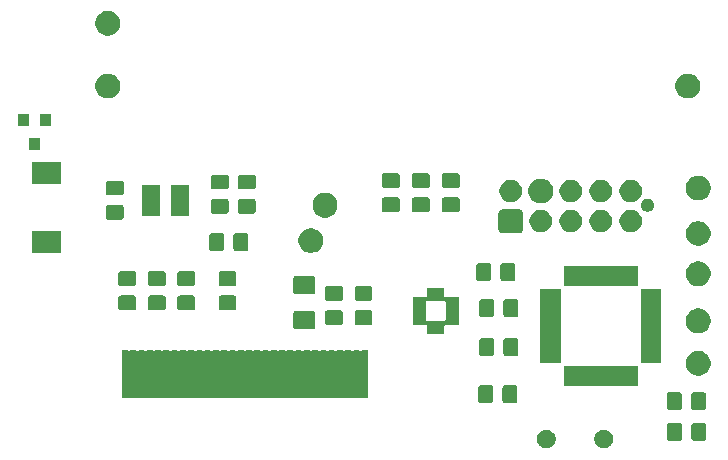
<source format=gbr>
G04 #@! TF.GenerationSoftware,KiCad,Pcbnew,(5.0.2)-1*
G04 #@! TF.CreationDate,2020-02-24T21:14:20+01:00*
G04 #@! TF.ProjectId,Poziomica 1.0,506f7a69-6f6d-4696-9361-20312e302e6b,rev?*
G04 #@! TF.SameCoordinates,Original*
G04 #@! TF.FileFunction,Soldermask,Bot*
G04 #@! TF.FilePolarity,Negative*
%FSLAX46Y46*%
G04 Gerber Fmt 4.6, Leading zero omitted, Abs format (unit mm)*
G04 Created by KiCad (PCBNEW (5.0.2)-1) date 24.02.2020 21:14:20*
%MOMM*%
%LPD*%
G01*
G04 APERTURE LIST*
%ADD10C,0.100000*%
G04 APERTURE END LIST*
D10*
G36*
X53833643Y-37029781D02*
X53979415Y-37090162D01*
X54110611Y-37177824D01*
X54222176Y-37289389D01*
X54309838Y-37420585D01*
X54370219Y-37566357D01*
X54401000Y-37721107D01*
X54401000Y-37878893D01*
X54370219Y-38033643D01*
X54309838Y-38179415D01*
X54222176Y-38310611D01*
X54110611Y-38422176D01*
X53979415Y-38509838D01*
X53833643Y-38570219D01*
X53678893Y-38601000D01*
X53521107Y-38601000D01*
X53366357Y-38570219D01*
X53220585Y-38509838D01*
X53089389Y-38422176D01*
X52977824Y-38310611D01*
X52890162Y-38179415D01*
X52829781Y-38033643D01*
X52799000Y-37878893D01*
X52799000Y-37721107D01*
X52829781Y-37566357D01*
X52890162Y-37420585D01*
X52977824Y-37289389D01*
X53089389Y-37177824D01*
X53220585Y-37090162D01*
X53366357Y-37029781D01*
X53521107Y-36999000D01*
X53678893Y-36999000D01*
X53833643Y-37029781D01*
X53833643Y-37029781D01*
G37*
G36*
X48953643Y-37029781D02*
X49099415Y-37090162D01*
X49230611Y-37177824D01*
X49342176Y-37289389D01*
X49429838Y-37420585D01*
X49490219Y-37566357D01*
X49521000Y-37721107D01*
X49521000Y-37878893D01*
X49490219Y-38033643D01*
X49429838Y-38179415D01*
X49342176Y-38310611D01*
X49230611Y-38422176D01*
X49099415Y-38509838D01*
X48953643Y-38570219D01*
X48798893Y-38601000D01*
X48641107Y-38601000D01*
X48486357Y-38570219D01*
X48340585Y-38509838D01*
X48209389Y-38422176D01*
X48097824Y-38310611D01*
X48010162Y-38179415D01*
X47949781Y-38033643D01*
X47919000Y-37878893D01*
X47919000Y-37721107D01*
X47949781Y-37566357D01*
X48010162Y-37420585D01*
X48097824Y-37289389D01*
X48209389Y-37177824D01*
X48340585Y-37090162D01*
X48486357Y-37029781D01*
X48641107Y-36999000D01*
X48798893Y-36999000D01*
X48953643Y-37029781D01*
X48953643Y-37029781D01*
G37*
G36*
X62113677Y-36453465D02*
X62151364Y-36464898D01*
X62186103Y-36483466D01*
X62216548Y-36508452D01*
X62241534Y-36538897D01*
X62260102Y-36573636D01*
X62271535Y-36611323D01*
X62276000Y-36656661D01*
X62276000Y-37743339D01*
X62271535Y-37788677D01*
X62260102Y-37826364D01*
X62241534Y-37861103D01*
X62216548Y-37891548D01*
X62186103Y-37916534D01*
X62151364Y-37935102D01*
X62113677Y-37946535D01*
X62068339Y-37951000D01*
X61231661Y-37951000D01*
X61186323Y-37946535D01*
X61148636Y-37935102D01*
X61113897Y-37916534D01*
X61083452Y-37891548D01*
X61058466Y-37861103D01*
X61039898Y-37826364D01*
X61028465Y-37788677D01*
X61024000Y-37743339D01*
X61024000Y-36656661D01*
X61028465Y-36611323D01*
X61039898Y-36573636D01*
X61058466Y-36538897D01*
X61083452Y-36508452D01*
X61113897Y-36483466D01*
X61148636Y-36464898D01*
X61186323Y-36453465D01*
X61231661Y-36449000D01*
X62068339Y-36449000D01*
X62113677Y-36453465D01*
X62113677Y-36453465D01*
G37*
G36*
X60063677Y-36453465D02*
X60101364Y-36464898D01*
X60136103Y-36483466D01*
X60166548Y-36508452D01*
X60191534Y-36538897D01*
X60210102Y-36573636D01*
X60221535Y-36611323D01*
X60226000Y-36656661D01*
X60226000Y-37743339D01*
X60221535Y-37788677D01*
X60210102Y-37826364D01*
X60191534Y-37861103D01*
X60166548Y-37891548D01*
X60136103Y-37916534D01*
X60101364Y-37935102D01*
X60063677Y-37946535D01*
X60018339Y-37951000D01*
X59181661Y-37951000D01*
X59136323Y-37946535D01*
X59098636Y-37935102D01*
X59063897Y-37916534D01*
X59033452Y-37891548D01*
X59008466Y-37861103D01*
X58989898Y-37826364D01*
X58978465Y-37788677D01*
X58974000Y-37743339D01*
X58974000Y-36656661D01*
X58978465Y-36611323D01*
X58989898Y-36573636D01*
X59008466Y-36538897D01*
X59033452Y-36508452D01*
X59063897Y-36483466D01*
X59098636Y-36464898D01*
X59136323Y-36453465D01*
X59181661Y-36449000D01*
X60018339Y-36449000D01*
X60063677Y-36453465D01*
X60063677Y-36453465D01*
G37*
G36*
X60038677Y-33853465D02*
X60076364Y-33864898D01*
X60111103Y-33883466D01*
X60141548Y-33908452D01*
X60166534Y-33938897D01*
X60185102Y-33973636D01*
X60196535Y-34011323D01*
X60201000Y-34056661D01*
X60201000Y-35143339D01*
X60196535Y-35188677D01*
X60185102Y-35226364D01*
X60166534Y-35261103D01*
X60141548Y-35291548D01*
X60111103Y-35316534D01*
X60076364Y-35335102D01*
X60038677Y-35346535D01*
X59993339Y-35351000D01*
X59156661Y-35351000D01*
X59111323Y-35346535D01*
X59073636Y-35335102D01*
X59038897Y-35316534D01*
X59008452Y-35291548D01*
X58983466Y-35261103D01*
X58964898Y-35226364D01*
X58953465Y-35188677D01*
X58949000Y-35143339D01*
X58949000Y-34056661D01*
X58953465Y-34011323D01*
X58964898Y-33973636D01*
X58983466Y-33938897D01*
X59008452Y-33908452D01*
X59038897Y-33883466D01*
X59073636Y-33864898D01*
X59111323Y-33853465D01*
X59156661Y-33849000D01*
X59993339Y-33849000D01*
X60038677Y-33853465D01*
X60038677Y-33853465D01*
G37*
G36*
X62088677Y-33853465D02*
X62126364Y-33864898D01*
X62161103Y-33883466D01*
X62191548Y-33908452D01*
X62216534Y-33938897D01*
X62235102Y-33973636D01*
X62246535Y-34011323D01*
X62251000Y-34056661D01*
X62251000Y-35143339D01*
X62246535Y-35188677D01*
X62235102Y-35226364D01*
X62216534Y-35261103D01*
X62191548Y-35291548D01*
X62161103Y-35316534D01*
X62126364Y-35335102D01*
X62088677Y-35346535D01*
X62043339Y-35351000D01*
X61206661Y-35351000D01*
X61161323Y-35346535D01*
X61123636Y-35335102D01*
X61088897Y-35316534D01*
X61058452Y-35291548D01*
X61033466Y-35261103D01*
X61014898Y-35226364D01*
X61003465Y-35188677D01*
X60999000Y-35143339D01*
X60999000Y-34056661D01*
X61003465Y-34011323D01*
X61014898Y-33973636D01*
X61033466Y-33938897D01*
X61058452Y-33908452D01*
X61088897Y-33883466D01*
X61123636Y-33864898D01*
X61161323Y-33853465D01*
X61206661Y-33849000D01*
X62043339Y-33849000D01*
X62088677Y-33853465D01*
X62088677Y-33853465D01*
G37*
G36*
X46113677Y-33253465D02*
X46151364Y-33264898D01*
X46186103Y-33283466D01*
X46216548Y-33308452D01*
X46241534Y-33338897D01*
X46260102Y-33373636D01*
X46271535Y-33411323D01*
X46276000Y-33456661D01*
X46276000Y-34543339D01*
X46271535Y-34588677D01*
X46260102Y-34626364D01*
X46241534Y-34661103D01*
X46216548Y-34691548D01*
X46186103Y-34716534D01*
X46151364Y-34735102D01*
X46113677Y-34746535D01*
X46068339Y-34751000D01*
X45231661Y-34751000D01*
X45186323Y-34746535D01*
X45148636Y-34735102D01*
X45113897Y-34716534D01*
X45083452Y-34691548D01*
X45058466Y-34661103D01*
X45039898Y-34626364D01*
X45028465Y-34588677D01*
X45024000Y-34543339D01*
X45024000Y-33456661D01*
X45028465Y-33411323D01*
X45039898Y-33373636D01*
X45058466Y-33338897D01*
X45083452Y-33308452D01*
X45113897Y-33283466D01*
X45148636Y-33264898D01*
X45186323Y-33253465D01*
X45231661Y-33249000D01*
X46068339Y-33249000D01*
X46113677Y-33253465D01*
X46113677Y-33253465D01*
G37*
G36*
X44063677Y-33253465D02*
X44101364Y-33264898D01*
X44136103Y-33283466D01*
X44166548Y-33308452D01*
X44191534Y-33338897D01*
X44210102Y-33373636D01*
X44221535Y-33411323D01*
X44226000Y-33456661D01*
X44226000Y-34543339D01*
X44221535Y-34588677D01*
X44210102Y-34626364D01*
X44191534Y-34661103D01*
X44166548Y-34691548D01*
X44136103Y-34716534D01*
X44101364Y-34735102D01*
X44063677Y-34746535D01*
X44018339Y-34751000D01*
X43181661Y-34751000D01*
X43136323Y-34746535D01*
X43098636Y-34735102D01*
X43063897Y-34716534D01*
X43033452Y-34691548D01*
X43008466Y-34661103D01*
X42989898Y-34626364D01*
X42978465Y-34588677D01*
X42974000Y-34543339D01*
X42974000Y-33456661D01*
X42978465Y-33411323D01*
X42989898Y-33373636D01*
X43008466Y-33338897D01*
X43033452Y-33308452D01*
X43063897Y-33283466D01*
X43098636Y-33264898D01*
X43136323Y-33253465D01*
X43181661Y-33249000D01*
X44018339Y-33249000D01*
X44063677Y-33253465D01*
X44063677Y-33253465D01*
G37*
G36*
X13260170Y-30270803D02*
X13271879Y-30274355D01*
X13282662Y-30280119D01*
X13292120Y-30287880D01*
X13300042Y-30297534D01*
X13313374Y-30317486D01*
X13330701Y-30334813D01*
X13351075Y-30348427D01*
X13373714Y-30357805D01*
X13397748Y-30362585D01*
X13422252Y-30362585D01*
X13446286Y-30357805D01*
X13468925Y-30348427D01*
X13489299Y-30334813D01*
X13506626Y-30317486D01*
X13519958Y-30297534D01*
X13527880Y-30287880D01*
X13537338Y-30280119D01*
X13548121Y-30274355D01*
X13559830Y-30270803D01*
X13578138Y-30269000D01*
X13941862Y-30269000D01*
X13960170Y-30270803D01*
X13971879Y-30274355D01*
X13982662Y-30280119D01*
X13992120Y-30287880D01*
X14000042Y-30297534D01*
X14013374Y-30317486D01*
X14030701Y-30334813D01*
X14051075Y-30348427D01*
X14073714Y-30357805D01*
X14097748Y-30362585D01*
X14122252Y-30362585D01*
X14146286Y-30357805D01*
X14168925Y-30348427D01*
X14189299Y-30334813D01*
X14206626Y-30317486D01*
X14219958Y-30297534D01*
X14227880Y-30287880D01*
X14237338Y-30280119D01*
X14248121Y-30274355D01*
X14259830Y-30270803D01*
X14278138Y-30269000D01*
X14641862Y-30269000D01*
X14660170Y-30270803D01*
X14671879Y-30274355D01*
X14682662Y-30280119D01*
X14692120Y-30287880D01*
X14700042Y-30297534D01*
X14713374Y-30317486D01*
X14730701Y-30334813D01*
X14751075Y-30348427D01*
X14773714Y-30357805D01*
X14797748Y-30362585D01*
X14822252Y-30362585D01*
X14846286Y-30357805D01*
X14868925Y-30348427D01*
X14889299Y-30334813D01*
X14906626Y-30317486D01*
X14919958Y-30297534D01*
X14927880Y-30287880D01*
X14937338Y-30280119D01*
X14948121Y-30274355D01*
X14959830Y-30270803D01*
X14978138Y-30269000D01*
X15341862Y-30269000D01*
X15360170Y-30270803D01*
X15371879Y-30274355D01*
X15382662Y-30280119D01*
X15392120Y-30287880D01*
X15400042Y-30297534D01*
X15413374Y-30317486D01*
X15430701Y-30334813D01*
X15451075Y-30348427D01*
X15473714Y-30357805D01*
X15497748Y-30362585D01*
X15522252Y-30362585D01*
X15546286Y-30357805D01*
X15568925Y-30348427D01*
X15589299Y-30334813D01*
X15606626Y-30317486D01*
X15619958Y-30297534D01*
X15627880Y-30287880D01*
X15637338Y-30280119D01*
X15648121Y-30274355D01*
X15659830Y-30270803D01*
X15678138Y-30269000D01*
X16041862Y-30269000D01*
X16060170Y-30270803D01*
X16071879Y-30274355D01*
X16082662Y-30280119D01*
X16092120Y-30287880D01*
X16100042Y-30297534D01*
X16113374Y-30317486D01*
X16130701Y-30334813D01*
X16151075Y-30348427D01*
X16173714Y-30357805D01*
X16197748Y-30362585D01*
X16222252Y-30362585D01*
X16246286Y-30357805D01*
X16268925Y-30348427D01*
X16289299Y-30334813D01*
X16306626Y-30317486D01*
X16319958Y-30297534D01*
X16327880Y-30287880D01*
X16337338Y-30280119D01*
X16348121Y-30274355D01*
X16359830Y-30270803D01*
X16378138Y-30269000D01*
X16741862Y-30269000D01*
X16760170Y-30270803D01*
X16771879Y-30274355D01*
X16782662Y-30280119D01*
X16792120Y-30287880D01*
X16800042Y-30297534D01*
X16813374Y-30317486D01*
X16830701Y-30334813D01*
X16851075Y-30348427D01*
X16873714Y-30357805D01*
X16897748Y-30362585D01*
X16922252Y-30362585D01*
X16946286Y-30357805D01*
X16968925Y-30348427D01*
X16989299Y-30334813D01*
X17006626Y-30317486D01*
X17019958Y-30297534D01*
X17027880Y-30287880D01*
X17037338Y-30280119D01*
X17048121Y-30274355D01*
X17059830Y-30270803D01*
X17078138Y-30269000D01*
X17441862Y-30269000D01*
X17460170Y-30270803D01*
X17471879Y-30274355D01*
X17482662Y-30280119D01*
X17492120Y-30287880D01*
X17500042Y-30297534D01*
X17513374Y-30317486D01*
X17530701Y-30334813D01*
X17551075Y-30348427D01*
X17573714Y-30357805D01*
X17597748Y-30362585D01*
X17622252Y-30362585D01*
X17646286Y-30357805D01*
X17668925Y-30348427D01*
X17689299Y-30334813D01*
X17706626Y-30317486D01*
X17719958Y-30297534D01*
X17727880Y-30287880D01*
X17737338Y-30280119D01*
X17748121Y-30274355D01*
X17759830Y-30270803D01*
X17778138Y-30269000D01*
X18141862Y-30269000D01*
X18160170Y-30270803D01*
X18171879Y-30274355D01*
X18182662Y-30280119D01*
X18192120Y-30287880D01*
X18200042Y-30297534D01*
X18213374Y-30317486D01*
X18230701Y-30334813D01*
X18251075Y-30348427D01*
X18273714Y-30357805D01*
X18297748Y-30362585D01*
X18322252Y-30362585D01*
X18346286Y-30357805D01*
X18368925Y-30348427D01*
X18389299Y-30334813D01*
X18406626Y-30317486D01*
X18419958Y-30297534D01*
X18427880Y-30287880D01*
X18437338Y-30280119D01*
X18448121Y-30274355D01*
X18459830Y-30270803D01*
X18478138Y-30269000D01*
X18841862Y-30269000D01*
X18860170Y-30270803D01*
X18871879Y-30274355D01*
X18882662Y-30280119D01*
X18892120Y-30287880D01*
X18900042Y-30297534D01*
X18913374Y-30317486D01*
X18930701Y-30334813D01*
X18951075Y-30348427D01*
X18973714Y-30357805D01*
X18997748Y-30362585D01*
X19022252Y-30362585D01*
X19046286Y-30357805D01*
X19068925Y-30348427D01*
X19089299Y-30334813D01*
X19106626Y-30317486D01*
X19119958Y-30297534D01*
X19127880Y-30287880D01*
X19137338Y-30280119D01*
X19148121Y-30274355D01*
X19159830Y-30270803D01*
X19178138Y-30269000D01*
X19541862Y-30269000D01*
X19560170Y-30270803D01*
X19571879Y-30274355D01*
X19582662Y-30280119D01*
X19592120Y-30287880D01*
X19600042Y-30297534D01*
X19613374Y-30317486D01*
X19630701Y-30334813D01*
X19651075Y-30348427D01*
X19673714Y-30357805D01*
X19697748Y-30362585D01*
X19722252Y-30362585D01*
X19746286Y-30357805D01*
X19768925Y-30348427D01*
X19789299Y-30334813D01*
X19806626Y-30317486D01*
X19819958Y-30297534D01*
X19827880Y-30287880D01*
X19837338Y-30280119D01*
X19848121Y-30274355D01*
X19859830Y-30270803D01*
X19878138Y-30269000D01*
X20241862Y-30269000D01*
X20260170Y-30270803D01*
X20271879Y-30274355D01*
X20282662Y-30280119D01*
X20292120Y-30287880D01*
X20300042Y-30297534D01*
X20313374Y-30317486D01*
X20330701Y-30334813D01*
X20351075Y-30348427D01*
X20373714Y-30357805D01*
X20397748Y-30362585D01*
X20422252Y-30362585D01*
X20446286Y-30357805D01*
X20468925Y-30348427D01*
X20489299Y-30334813D01*
X20506626Y-30317486D01*
X20519958Y-30297534D01*
X20527880Y-30287880D01*
X20537338Y-30280119D01*
X20548121Y-30274355D01*
X20559830Y-30270803D01*
X20578138Y-30269000D01*
X20941862Y-30269000D01*
X20960170Y-30270803D01*
X20971879Y-30274355D01*
X20982662Y-30280119D01*
X20992120Y-30287880D01*
X21000042Y-30297534D01*
X21013374Y-30317486D01*
X21030701Y-30334813D01*
X21051075Y-30348427D01*
X21073714Y-30357805D01*
X21097748Y-30362585D01*
X21122252Y-30362585D01*
X21146286Y-30357805D01*
X21168925Y-30348427D01*
X21189299Y-30334813D01*
X21206626Y-30317486D01*
X21219958Y-30297534D01*
X21227880Y-30287880D01*
X21237338Y-30280119D01*
X21248121Y-30274355D01*
X21259830Y-30270803D01*
X21278138Y-30269000D01*
X21641862Y-30269000D01*
X21660170Y-30270803D01*
X21671879Y-30274355D01*
X21682662Y-30280119D01*
X21692120Y-30287880D01*
X21700042Y-30297534D01*
X21713374Y-30317486D01*
X21730701Y-30334813D01*
X21751075Y-30348427D01*
X21773714Y-30357805D01*
X21797748Y-30362585D01*
X21822252Y-30362585D01*
X21846286Y-30357805D01*
X21868925Y-30348427D01*
X21889299Y-30334813D01*
X21906626Y-30317486D01*
X21919958Y-30297534D01*
X21927880Y-30287880D01*
X21937338Y-30280119D01*
X21948121Y-30274355D01*
X21959830Y-30270803D01*
X21978138Y-30269000D01*
X22341862Y-30269000D01*
X22360170Y-30270803D01*
X22371879Y-30274355D01*
X22382662Y-30280119D01*
X22392120Y-30287880D01*
X22400042Y-30297534D01*
X22413374Y-30317486D01*
X22430701Y-30334813D01*
X22451075Y-30348427D01*
X22473714Y-30357805D01*
X22497748Y-30362585D01*
X22522252Y-30362585D01*
X22546286Y-30357805D01*
X22568925Y-30348427D01*
X22589299Y-30334813D01*
X22606626Y-30317486D01*
X22619958Y-30297534D01*
X22627880Y-30287880D01*
X22637338Y-30280119D01*
X22648121Y-30274355D01*
X22659830Y-30270803D01*
X22678138Y-30269000D01*
X23041862Y-30269000D01*
X23060170Y-30270803D01*
X23071879Y-30274355D01*
X23082662Y-30280119D01*
X23092120Y-30287880D01*
X23100042Y-30297534D01*
X23113374Y-30317486D01*
X23130701Y-30334813D01*
X23151075Y-30348427D01*
X23173714Y-30357805D01*
X23197748Y-30362585D01*
X23222252Y-30362585D01*
X23246286Y-30357805D01*
X23268925Y-30348427D01*
X23289299Y-30334813D01*
X23306626Y-30317486D01*
X23319958Y-30297534D01*
X23327880Y-30287880D01*
X23337338Y-30280119D01*
X23348121Y-30274355D01*
X23359830Y-30270803D01*
X23378138Y-30269000D01*
X23741862Y-30269000D01*
X23760170Y-30270803D01*
X23771879Y-30274355D01*
X23782662Y-30280119D01*
X23792120Y-30287880D01*
X23800042Y-30297534D01*
X23813374Y-30317486D01*
X23830701Y-30334813D01*
X23851075Y-30348427D01*
X23873714Y-30357805D01*
X23897748Y-30362585D01*
X23922252Y-30362585D01*
X23946286Y-30357805D01*
X23968925Y-30348427D01*
X23989299Y-30334813D01*
X24006626Y-30317486D01*
X24019958Y-30297534D01*
X24027880Y-30287880D01*
X24037338Y-30280119D01*
X24048121Y-30274355D01*
X24059830Y-30270803D01*
X24078138Y-30269000D01*
X24441862Y-30269000D01*
X24460170Y-30270803D01*
X24471879Y-30274355D01*
X24482662Y-30280119D01*
X24492120Y-30287880D01*
X24500042Y-30297534D01*
X24513374Y-30317486D01*
X24530701Y-30334813D01*
X24551075Y-30348427D01*
X24573714Y-30357805D01*
X24597748Y-30362585D01*
X24622252Y-30362585D01*
X24646286Y-30357805D01*
X24668925Y-30348427D01*
X24689299Y-30334813D01*
X24706626Y-30317486D01*
X24719958Y-30297534D01*
X24727880Y-30287880D01*
X24737338Y-30280119D01*
X24748121Y-30274355D01*
X24759830Y-30270803D01*
X24778138Y-30269000D01*
X25141862Y-30269000D01*
X25160170Y-30270803D01*
X25171879Y-30274355D01*
X25182662Y-30280119D01*
X25192120Y-30287880D01*
X25200042Y-30297534D01*
X25213374Y-30317486D01*
X25230701Y-30334813D01*
X25251075Y-30348427D01*
X25273714Y-30357805D01*
X25297748Y-30362585D01*
X25322252Y-30362585D01*
X25346286Y-30357805D01*
X25368925Y-30348427D01*
X25389299Y-30334813D01*
X25406626Y-30317486D01*
X25419958Y-30297534D01*
X25427880Y-30287880D01*
X25437338Y-30280119D01*
X25448121Y-30274355D01*
X25459830Y-30270803D01*
X25478138Y-30269000D01*
X25841862Y-30269000D01*
X25860170Y-30270803D01*
X25871879Y-30274355D01*
X25882662Y-30280119D01*
X25892120Y-30287880D01*
X25900042Y-30297534D01*
X25913374Y-30317486D01*
X25930701Y-30334813D01*
X25951075Y-30348427D01*
X25973714Y-30357805D01*
X25997748Y-30362585D01*
X26022252Y-30362585D01*
X26046286Y-30357805D01*
X26068925Y-30348427D01*
X26089299Y-30334813D01*
X26106626Y-30317486D01*
X26119958Y-30297534D01*
X26127880Y-30287880D01*
X26137338Y-30280119D01*
X26148121Y-30274355D01*
X26159830Y-30270803D01*
X26178138Y-30269000D01*
X26541862Y-30269000D01*
X26560170Y-30270803D01*
X26571879Y-30274355D01*
X26582662Y-30280119D01*
X26592120Y-30287880D01*
X26600042Y-30297534D01*
X26613374Y-30317486D01*
X26630701Y-30334813D01*
X26651075Y-30348427D01*
X26673714Y-30357805D01*
X26697748Y-30362585D01*
X26722252Y-30362585D01*
X26746286Y-30357805D01*
X26768925Y-30348427D01*
X26789299Y-30334813D01*
X26806626Y-30317486D01*
X26819958Y-30297534D01*
X26827880Y-30287880D01*
X26837338Y-30280119D01*
X26848121Y-30274355D01*
X26859830Y-30270803D01*
X26878138Y-30269000D01*
X27241862Y-30269000D01*
X27260170Y-30270803D01*
X27271879Y-30274355D01*
X27282662Y-30280119D01*
X27292120Y-30287880D01*
X27300042Y-30297534D01*
X27313374Y-30317486D01*
X27330701Y-30334813D01*
X27351075Y-30348427D01*
X27373714Y-30357805D01*
X27397748Y-30362585D01*
X27422252Y-30362585D01*
X27446286Y-30357805D01*
X27468925Y-30348427D01*
X27489299Y-30334813D01*
X27506626Y-30317486D01*
X27519958Y-30297534D01*
X27527880Y-30287880D01*
X27537338Y-30280119D01*
X27548121Y-30274355D01*
X27559830Y-30270803D01*
X27578138Y-30269000D01*
X27941862Y-30269000D01*
X27960170Y-30270803D01*
X27971879Y-30274355D01*
X27982662Y-30280119D01*
X27992120Y-30287880D01*
X28000042Y-30297534D01*
X28013374Y-30317486D01*
X28030701Y-30334813D01*
X28051075Y-30348427D01*
X28073714Y-30357805D01*
X28097748Y-30362585D01*
X28122252Y-30362585D01*
X28146286Y-30357805D01*
X28168925Y-30348427D01*
X28189299Y-30334813D01*
X28206626Y-30317486D01*
X28219958Y-30297534D01*
X28227880Y-30287880D01*
X28237338Y-30280119D01*
X28248121Y-30274355D01*
X28259830Y-30270803D01*
X28278138Y-30269000D01*
X28641862Y-30269000D01*
X28660170Y-30270803D01*
X28671879Y-30274355D01*
X28682662Y-30280119D01*
X28692120Y-30287880D01*
X28700042Y-30297534D01*
X28713374Y-30317486D01*
X28730701Y-30334813D01*
X28751075Y-30348427D01*
X28773714Y-30357805D01*
X28797748Y-30362585D01*
X28822252Y-30362585D01*
X28846286Y-30357805D01*
X28868925Y-30348427D01*
X28889299Y-30334813D01*
X28906626Y-30317486D01*
X28919958Y-30297534D01*
X28927880Y-30287880D01*
X28937338Y-30280119D01*
X28948121Y-30274355D01*
X28959830Y-30270803D01*
X28978138Y-30269000D01*
X29341862Y-30269000D01*
X29360170Y-30270803D01*
X29371879Y-30274355D01*
X29382662Y-30280119D01*
X29392120Y-30287880D01*
X29400042Y-30297534D01*
X29413374Y-30317486D01*
X29430701Y-30334813D01*
X29451075Y-30348427D01*
X29473714Y-30357805D01*
X29497748Y-30362585D01*
X29522252Y-30362585D01*
X29546286Y-30357805D01*
X29568925Y-30348427D01*
X29589299Y-30334813D01*
X29606626Y-30317486D01*
X29619958Y-30297534D01*
X29627880Y-30287880D01*
X29637338Y-30280119D01*
X29648121Y-30274355D01*
X29659830Y-30270803D01*
X29678138Y-30269000D01*
X30041862Y-30269000D01*
X30060170Y-30270803D01*
X30071879Y-30274355D01*
X30082662Y-30280119D01*
X30092120Y-30287880D01*
X30100042Y-30297534D01*
X30113374Y-30317486D01*
X30130701Y-30334813D01*
X30151075Y-30348427D01*
X30173714Y-30357805D01*
X30197748Y-30362585D01*
X30222252Y-30362585D01*
X30246286Y-30357805D01*
X30268925Y-30348427D01*
X30289299Y-30334813D01*
X30306626Y-30317486D01*
X30319958Y-30297534D01*
X30327880Y-30287880D01*
X30337338Y-30280119D01*
X30348121Y-30274355D01*
X30359830Y-30270803D01*
X30378138Y-30269000D01*
X30741862Y-30269000D01*
X30760170Y-30270803D01*
X30771879Y-30274355D01*
X30782662Y-30280119D01*
X30792120Y-30287880D01*
X30800042Y-30297534D01*
X30813374Y-30317486D01*
X30830701Y-30334813D01*
X30851075Y-30348427D01*
X30873714Y-30357805D01*
X30897748Y-30362585D01*
X30922252Y-30362585D01*
X30946286Y-30357805D01*
X30968925Y-30348427D01*
X30989299Y-30334813D01*
X31006626Y-30317486D01*
X31019958Y-30297534D01*
X31027880Y-30287880D01*
X31037338Y-30280119D01*
X31048121Y-30274355D01*
X31059830Y-30270803D01*
X31078138Y-30269000D01*
X31441862Y-30269000D01*
X31460170Y-30270803D01*
X31471879Y-30274355D01*
X31482662Y-30280119D01*
X31492120Y-30287880D01*
X31500042Y-30297534D01*
X31513374Y-30317486D01*
X31530701Y-30334813D01*
X31551075Y-30348427D01*
X31573714Y-30357805D01*
X31597748Y-30362585D01*
X31622252Y-30362585D01*
X31646286Y-30357805D01*
X31668925Y-30348427D01*
X31689299Y-30334813D01*
X31706626Y-30317486D01*
X31719958Y-30297534D01*
X31727880Y-30287880D01*
X31737338Y-30280119D01*
X31748121Y-30274355D01*
X31759830Y-30270803D01*
X31778138Y-30269000D01*
X32141862Y-30269000D01*
X32160170Y-30270803D01*
X32171879Y-30274355D01*
X32182662Y-30280119D01*
X32192120Y-30287880D01*
X32200042Y-30297534D01*
X32213374Y-30317486D01*
X32230701Y-30334813D01*
X32251075Y-30348427D01*
X32273714Y-30357805D01*
X32297748Y-30362585D01*
X32322252Y-30362585D01*
X32346286Y-30357805D01*
X32368925Y-30348427D01*
X32389299Y-30334813D01*
X32406626Y-30317486D01*
X32419958Y-30297534D01*
X32427880Y-30287880D01*
X32437338Y-30280119D01*
X32448121Y-30274355D01*
X32459830Y-30270803D01*
X32478138Y-30269000D01*
X32841862Y-30269000D01*
X32860170Y-30270803D01*
X32871879Y-30274355D01*
X32882662Y-30280119D01*
X32892120Y-30287880D01*
X32900042Y-30297534D01*
X32913374Y-30317486D01*
X32930701Y-30334813D01*
X32951075Y-30348427D01*
X32973714Y-30357805D01*
X32997748Y-30362585D01*
X33022252Y-30362585D01*
X33046286Y-30357805D01*
X33068925Y-30348427D01*
X33089299Y-30334813D01*
X33106626Y-30317486D01*
X33119958Y-30297534D01*
X33127880Y-30287880D01*
X33137338Y-30280119D01*
X33148121Y-30274355D01*
X33159830Y-30270803D01*
X33178138Y-30269000D01*
X33541862Y-30269000D01*
X33560170Y-30270803D01*
X33571879Y-30274355D01*
X33582662Y-30280119D01*
X33592120Y-30287880D01*
X33599881Y-30297338D01*
X33605645Y-30308121D01*
X33609197Y-30319830D01*
X33611000Y-30338138D01*
X33611000Y-34301862D01*
X33609197Y-34320170D01*
X33605645Y-34331879D01*
X33599881Y-34342662D01*
X33592120Y-34352120D01*
X33582662Y-34359881D01*
X33571879Y-34365645D01*
X33560170Y-34369197D01*
X33541862Y-34371000D01*
X33178138Y-34371000D01*
X33159830Y-34369197D01*
X33148121Y-34365645D01*
X33137338Y-34359881D01*
X33127880Y-34352120D01*
X33119958Y-34342466D01*
X33106626Y-34322514D01*
X33089299Y-34305187D01*
X33068925Y-34291573D01*
X33046286Y-34282195D01*
X33022252Y-34277415D01*
X32997748Y-34277415D01*
X32973714Y-34282195D01*
X32951075Y-34291573D01*
X32930701Y-34305187D01*
X32913374Y-34322514D01*
X32900042Y-34342466D01*
X32892120Y-34352120D01*
X32882662Y-34359881D01*
X32871879Y-34365645D01*
X32860170Y-34369197D01*
X32841862Y-34371000D01*
X32478138Y-34371000D01*
X32459830Y-34369197D01*
X32448121Y-34365645D01*
X32437338Y-34359881D01*
X32427880Y-34352120D01*
X32419958Y-34342466D01*
X32406626Y-34322514D01*
X32389299Y-34305187D01*
X32368925Y-34291573D01*
X32346286Y-34282195D01*
X32322252Y-34277415D01*
X32297748Y-34277415D01*
X32273714Y-34282195D01*
X32251075Y-34291573D01*
X32230701Y-34305187D01*
X32213374Y-34322514D01*
X32200042Y-34342466D01*
X32192120Y-34352120D01*
X32182662Y-34359881D01*
X32171879Y-34365645D01*
X32160170Y-34369197D01*
X32141862Y-34371000D01*
X31778138Y-34371000D01*
X31759830Y-34369197D01*
X31748121Y-34365645D01*
X31737338Y-34359881D01*
X31727880Y-34352120D01*
X31719958Y-34342466D01*
X31706626Y-34322514D01*
X31689299Y-34305187D01*
X31668925Y-34291573D01*
X31646286Y-34282195D01*
X31622252Y-34277415D01*
X31597748Y-34277415D01*
X31573714Y-34282195D01*
X31551075Y-34291573D01*
X31530701Y-34305187D01*
X31513374Y-34322514D01*
X31500042Y-34342466D01*
X31492120Y-34352120D01*
X31482662Y-34359881D01*
X31471879Y-34365645D01*
X31460170Y-34369197D01*
X31441862Y-34371000D01*
X31078138Y-34371000D01*
X31059830Y-34369197D01*
X31048121Y-34365645D01*
X31037338Y-34359881D01*
X31027880Y-34352120D01*
X31019958Y-34342466D01*
X31006626Y-34322514D01*
X30989299Y-34305187D01*
X30968925Y-34291573D01*
X30946286Y-34282195D01*
X30922252Y-34277415D01*
X30897748Y-34277415D01*
X30873714Y-34282195D01*
X30851075Y-34291573D01*
X30830701Y-34305187D01*
X30813374Y-34322514D01*
X30800042Y-34342466D01*
X30792120Y-34352120D01*
X30782662Y-34359881D01*
X30771879Y-34365645D01*
X30760170Y-34369197D01*
X30741862Y-34371000D01*
X30378138Y-34371000D01*
X30359830Y-34369197D01*
X30348121Y-34365645D01*
X30337338Y-34359881D01*
X30327880Y-34352120D01*
X30319958Y-34342466D01*
X30306626Y-34322514D01*
X30289299Y-34305187D01*
X30268925Y-34291573D01*
X30246286Y-34282195D01*
X30222252Y-34277415D01*
X30197748Y-34277415D01*
X30173714Y-34282195D01*
X30151075Y-34291573D01*
X30130701Y-34305187D01*
X30113374Y-34322514D01*
X30100042Y-34342466D01*
X30092120Y-34352120D01*
X30082662Y-34359881D01*
X30071879Y-34365645D01*
X30060170Y-34369197D01*
X30041862Y-34371000D01*
X29678138Y-34371000D01*
X29659830Y-34369197D01*
X29648121Y-34365645D01*
X29637338Y-34359881D01*
X29627880Y-34352120D01*
X29619958Y-34342466D01*
X29606626Y-34322514D01*
X29589299Y-34305187D01*
X29568925Y-34291573D01*
X29546286Y-34282195D01*
X29522252Y-34277415D01*
X29497748Y-34277415D01*
X29473714Y-34282195D01*
X29451075Y-34291573D01*
X29430701Y-34305187D01*
X29413374Y-34322514D01*
X29400042Y-34342466D01*
X29392120Y-34352120D01*
X29382662Y-34359881D01*
X29371879Y-34365645D01*
X29360170Y-34369197D01*
X29341862Y-34371000D01*
X28978138Y-34371000D01*
X28959830Y-34369197D01*
X28948121Y-34365645D01*
X28937338Y-34359881D01*
X28927880Y-34352120D01*
X28919958Y-34342466D01*
X28906626Y-34322514D01*
X28889299Y-34305187D01*
X28868925Y-34291573D01*
X28846286Y-34282195D01*
X28822252Y-34277415D01*
X28797748Y-34277415D01*
X28773714Y-34282195D01*
X28751075Y-34291573D01*
X28730701Y-34305187D01*
X28713374Y-34322514D01*
X28700042Y-34342466D01*
X28692120Y-34352120D01*
X28682662Y-34359881D01*
X28671879Y-34365645D01*
X28660170Y-34369197D01*
X28641862Y-34371000D01*
X28278138Y-34371000D01*
X28259830Y-34369197D01*
X28248121Y-34365645D01*
X28237338Y-34359881D01*
X28227880Y-34352120D01*
X28219958Y-34342466D01*
X28206626Y-34322514D01*
X28189299Y-34305187D01*
X28168925Y-34291573D01*
X28146286Y-34282195D01*
X28122252Y-34277415D01*
X28097748Y-34277415D01*
X28073714Y-34282195D01*
X28051075Y-34291573D01*
X28030701Y-34305187D01*
X28013374Y-34322514D01*
X28000042Y-34342466D01*
X27992120Y-34352120D01*
X27982662Y-34359881D01*
X27971879Y-34365645D01*
X27960170Y-34369197D01*
X27941862Y-34371000D01*
X27578138Y-34371000D01*
X27559830Y-34369197D01*
X27548121Y-34365645D01*
X27537338Y-34359881D01*
X27527880Y-34352120D01*
X27519958Y-34342466D01*
X27506626Y-34322514D01*
X27489299Y-34305187D01*
X27468925Y-34291573D01*
X27446286Y-34282195D01*
X27422252Y-34277415D01*
X27397748Y-34277415D01*
X27373714Y-34282195D01*
X27351075Y-34291573D01*
X27330701Y-34305187D01*
X27313374Y-34322514D01*
X27300042Y-34342466D01*
X27292120Y-34352120D01*
X27282662Y-34359881D01*
X27271879Y-34365645D01*
X27260170Y-34369197D01*
X27241862Y-34371000D01*
X26878138Y-34371000D01*
X26859830Y-34369197D01*
X26848121Y-34365645D01*
X26837338Y-34359881D01*
X26827880Y-34352120D01*
X26819958Y-34342466D01*
X26806626Y-34322514D01*
X26789299Y-34305187D01*
X26768925Y-34291573D01*
X26746286Y-34282195D01*
X26722252Y-34277415D01*
X26697748Y-34277415D01*
X26673714Y-34282195D01*
X26651075Y-34291573D01*
X26630701Y-34305187D01*
X26613374Y-34322514D01*
X26600042Y-34342466D01*
X26592120Y-34352120D01*
X26582662Y-34359881D01*
X26571879Y-34365645D01*
X26560170Y-34369197D01*
X26541862Y-34371000D01*
X26178138Y-34371000D01*
X26159830Y-34369197D01*
X26148121Y-34365645D01*
X26137338Y-34359881D01*
X26127880Y-34352120D01*
X26119958Y-34342466D01*
X26106626Y-34322514D01*
X26089299Y-34305187D01*
X26068925Y-34291573D01*
X26046286Y-34282195D01*
X26022252Y-34277415D01*
X25997748Y-34277415D01*
X25973714Y-34282195D01*
X25951075Y-34291573D01*
X25930701Y-34305187D01*
X25913374Y-34322514D01*
X25900042Y-34342466D01*
X25892120Y-34352120D01*
X25882662Y-34359881D01*
X25871879Y-34365645D01*
X25860170Y-34369197D01*
X25841862Y-34371000D01*
X25478138Y-34371000D01*
X25459830Y-34369197D01*
X25448121Y-34365645D01*
X25437338Y-34359881D01*
X25427880Y-34352120D01*
X25419958Y-34342466D01*
X25406626Y-34322514D01*
X25389299Y-34305187D01*
X25368925Y-34291573D01*
X25346286Y-34282195D01*
X25322252Y-34277415D01*
X25297748Y-34277415D01*
X25273714Y-34282195D01*
X25251075Y-34291573D01*
X25230701Y-34305187D01*
X25213374Y-34322514D01*
X25200042Y-34342466D01*
X25192120Y-34352120D01*
X25182662Y-34359881D01*
X25171879Y-34365645D01*
X25160170Y-34369197D01*
X25141862Y-34371000D01*
X24778138Y-34371000D01*
X24759830Y-34369197D01*
X24748121Y-34365645D01*
X24737338Y-34359881D01*
X24727880Y-34352120D01*
X24719958Y-34342466D01*
X24706626Y-34322514D01*
X24689299Y-34305187D01*
X24668925Y-34291573D01*
X24646286Y-34282195D01*
X24622252Y-34277415D01*
X24597748Y-34277415D01*
X24573714Y-34282195D01*
X24551075Y-34291573D01*
X24530701Y-34305187D01*
X24513374Y-34322514D01*
X24500042Y-34342466D01*
X24492120Y-34352120D01*
X24482662Y-34359881D01*
X24471879Y-34365645D01*
X24460170Y-34369197D01*
X24441862Y-34371000D01*
X24078138Y-34371000D01*
X24059830Y-34369197D01*
X24048121Y-34365645D01*
X24037338Y-34359881D01*
X24027880Y-34352120D01*
X24019958Y-34342466D01*
X24006626Y-34322514D01*
X23989299Y-34305187D01*
X23968925Y-34291573D01*
X23946286Y-34282195D01*
X23922252Y-34277415D01*
X23897748Y-34277415D01*
X23873714Y-34282195D01*
X23851075Y-34291573D01*
X23830701Y-34305187D01*
X23813374Y-34322514D01*
X23800042Y-34342466D01*
X23792120Y-34352120D01*
X23782662Y-34359881D01*
X23771879Y-34365645D01*
X23760170Y-34369197D01*
X23741862Y-34371000D01*
X23378138Y-34371000D01*
X23359830Y-34369197D01*
X23348121Y-34365645D01*
X23337338Y-34359881D01*
X23327880Y-34352120D01*
X23319958Y-34342466D01*
X23306626Y-34322514D01*
X23289299Y-34305187D01*
X23268925Y-34291573D01*
X23246286Y-34282195D01*
X23222252Y-34277415D01*
X23197748Y-34277415D01*
X23173714Y-34282195D01*
X23151075Y-34291573D01*
X23130701Y-34305187D01*
X23113374Y-34322514D01*
X23100042Y-34342466D01*
X23092120Y-34352120D01*
X23082662Y-34359881D01*
X23071879Y-34365645D01*
X23060170Y-34369197D01*
X23041862Y-34371000D01*
X22678138Y-34371000D01*
X22659830Y-34369197D01*
X22648121Y-34365645D01*
X22637338Y-34359881D01*
X22627880Y-34352120D01*
X22619958Y-34342466D01*
X22606626Y-34322514D01*
X22589299Y-34305187D01*
X22568925Y-34291573D01*
X22546286Y-34282195D01*
X22522252Y-34277415D01*
X22497748Y-34277415D01*
X22473714Y-34282195D01*
X22451075Y-34291573D01*
X22430701Y-34305187D01*
X22413374Y-34322514D01*
X22400042Y-34342466D01*
X22392120Y-34352120D01*
X22382662Y-34359881D01*
X22371879Y-34365645D01*
X22360170Y-34369197D01*
X22341862Y-34371000D01*
X21978138Y-34371000D01*
X21959830Y-34369197D01*
X21948121Y-34365645D01*
X21937338Y-34359881D01*
X21927880Y-34352120D01*
X21919958Y-34342466D01*
X21906626Y-34322514D01*
X21889299Y-34305187D01*
X21868925Y-34291573D01*
X21846286Y-34282195D01*
X21822252Y-34277415D01*
X21797748Y-34277415D01*
X21773714Y-34282195D01*
X21751075Y-34291573D01*
X21730701Y-34305187D01*
X21713374Y-34322514D01*
X21700042Y-34342466D01*
X21692120Y-34352120D01*
X21682662Y-34359881D01*
X21671879Y-34365645D01*
X21660170Y-34369197D01*
X21641862Y-34371000D01*
X21278138Y-34371000D01*
X21259830Y-34369197D01*
X21248121Y-34365645D01*
X21237338Y-34359881D01*
X21227880Y-34352120D01*
X21219958Y-34342466D01*
X21206626Y-34322514D01*
X21189299Y-34305187D01*
X21168925Y-34291573D01*
X21146286Y-34282195D01*
X21122252Y-34277415D01*
X21097748Y-34277415D01*
X21073714Y-34282195D01*
X21051075Y-34291573D01*
X21030701Y-34305187D01*
X21013374Y-34322514D01*
X21000042Y-34342466D01*
X20992120Y-34352120D01*
X20982662Y-34359881D01*
X20971879Y-34365645D01*
X20960170Y-34369197D01*
X20941862Y-34371000D01*
X20578138Y-34371000D01*
X20559830Y-34369197D01*
X20548121Y-34365645D01*
X20537338Y-34359881D01*
X20527880Y-34352120D01*
X20519958Y-34342466D01*
X20506626Y-34322514D01*
X20489299Y-34305187D01*
X20468925Y-34291573D01*
X20446286Y-34282195D01*
X20422252Y-34277415D01*
X20397748Y-34277415D01*
X20373714Y-34282195D01*
X20351075Y-34291573D01*
X20330701Y-34305187D01*
X20313374Y-34322514D01*
X20300042Y-34342466D01*
X20292120Y-34352120D01*
X20282662Y-34359881D01*
X20271879Y-34365645D01*
X20260170Y-34369197D01*
X20241862Y-34371000D01*
X19878138Y-34371000D01*
X19859830Y-34369197D01*
X19848121Y-34365645D01*
X19837338Y-34359881D01*
X19827880Y-34352120D01*
X19819958Y-34342466D01*
X19806626Y-34322514D01*
X19789299Y-34305187D01*
X19768925Y-34291573D01*
X19746286Y-34282195D01*
X19722252Y-34277415D01*
X19697748Y-34277415D01*
X19673714Y-34282195D01*
X19651075Y-34291573D01*
X19630701Y-34305187D01*
X19613374Y-34322514D01*
X19600042Y-34342466D01*
X19592120Y-34352120D01*
X19582662Y-34359881D01*
X19571879Y-34365645D01*
X19560170Y-34369197D01*
X19541862Y-34371000D01*
X19178138Y-34371000D01*
X19159830Y-34369197D01*
X19148121Y-34365645D01*
X19137338Y-34359881D01*
X19127880Y-34352120D01*
X19119958Y-34342466D01*
X19106626Y-34322514D01*
X19089299Y-34305187D01*
X19068925Y-34291573D01*
X19046286Y-34282195D01*
X19022252Y-34277415D01*
X18997748Y-34277415D01*
X18973714Y-34282195D01*
X18951075Y-34291573D01*
X18930701Y-34305187D01*
X18913374Y-34322514D01*
X18900042Y-34342466D01*
X18892120Y-34352120D01*
X18882662Y-34359881D01*
X18871879Y-34365645D01*
X18860170Y-34369197D01*
X18841862Y-34371000D01*
X18478138Y-34371000D01*
X18459830Y-34369197D01*
X18448121Y-34365645D01*
X18437338Y-34359881D01*
X18427880Y-34352120D01*
X18419958Y-34342466D01*
X18406626Y-34322514D01*
X18389299Y-34305187D01*
X18368925Y-34291573D01*
X18346286Y-34282195D01*
X18322252Y-34277415D01*
X18297748Y-34277415D01*
X18273714Y-34282195D01*
X18251075Y-34291573D01*
X18230701Y-34305187D01*
X18213374Y-34322514D01*
X18200042Y-34342466D01*
X18192120Y-34352120D01*
X18182662Y-34359881D01*
X18171879Y-34365645D01*
X18160170Y-34369197D01*
X18141862Y-34371000D01*
X17778138Y-34371000D01*
X17759830Y-34369197D01*
X17748121Y-34365645D01*
X17737338Y-34359881D01*
X17727880Y-34352120D01*
X17719958Y-34342466D01*
X17706626Y-34322514D01*
X17689299Y-34305187D01*
X17668925Y-34291573D01*
X17646286Y-34282195D01*
X17622252Y-34277415D01*
X17597748Y-34277415D01*
X17573714Y-34282195D01*
X17551075Y-34291573D01*
X17530701Y-34305187D01*
X17513374Y-34322514D01*
X17500042Y-34342466D01*
X17492120Y-34352120D01*
X17482662Y-34359881D01*
X17471879Y-34365645D01*
X17460170Y-34369197D01*
X17441862Y-34371000D01*
X17078138Y-34371000D01*
X17059830Y-34369197D01*
X17048121Y-34365645D01*
X17037338Y-34359881D01*
X17027880Y-34352120D01*
X17019958Y-34342466D01*
X17006626Y-34322514D01*
X16989299Y-34305187D01*
X16968925Y-34291573D01*
X16946286Y-34282195D01*
X16922252Y-34277415D01*
X16897748Y-34277415D01*
X16873714Y-34282195D01*
X16851075Y-34291573D01*
X16830701Y-34305187D01*
X16813374Y-34322514D01*
X16800042Y-34342466D01*
X16792120Y-34352120D01*
X16782662Y-34359881D01*
X16771879Y-34365645D01*
X16760170Y-34369197D01*
X16741862Y-34371000D01*
X16378138Y-34371000D01*
X16359830Y-34369197D01*
X16348121Y-34365645D01*
X16337338Y-34359881D01*
X16327880Y-34352120D01*
X16319958Y-34342466D01*
X16306626Y-34322514D01*
X16289299Y-34305187D01*
X16268925Y-34291573D01*
X16246286Y-34282195D01*
X16222252Y-34277415D01*
X16197748Y-34277415D01*
X16173714Y-34282195D01*
X16151075Y-34291573D01*
X16130701Y-34305187D01*
X16113374Y-34322514D01*
X16100042Y-34342466D01*
X16092120Y-34352120D01*
X16082662Y-34359881D01*
X16071879Y-34365645D01*
X16060170Y-34369197D01*
X16041862Y-34371000D01*
X15678138Y-34371000D01*
X15659830Y-34369197D01*
X15648121Y-34365645D01*
X15637338Y-34359881D01*
X15627880Y-34352120D01*
X15619958Y-34342466D01*
X15606626Y-34322514D01*
X15589299Y-34305187D01*
X15568925Y-34291573D01*
X15546286Y-34282195D01*
X15522252Y-34277415D01*
X15497748Y-34277415D01*
X15473714Y-34282195D01*
X15451075Y-34291573D01*
X15430701Y-34305187D01*
X15413374Y-34322514D01*
X15400042Y-34342466D01*
X15392120Y-34352120D01*
X15382662Y-34359881D01*
X15371879Y-34365645D01*
X15360170Y-34369197D01*
X15341862Y-34371000D01*
X14978138Y-34371000D01*
X14959830Y-34369197D01*
X14948121Y-34365645D01*
X14937338Y-34359881D01*
X14927880Y-34352120D01*
X14919958Y-34342466D01*
X14906626Y-34322514D01*
X14889299Y-34305187D01*
X14868925Y-34291573D01*
X14846286Y-34282195D01*
X14822252Y-34277415D01*
X14797748Y-34277415D01*
X14773714Y-34282195D01*
X14751075Y-34291573D01*
X14730701Y-34305187D01*
X14713374Y-34322514D01*
X14700042Y-34342466D01*
X14692120Y-34352120D01*
X14682662Y-34359881D01*
X14671879Y-34365645D01*
X14660170Y-34369197D01*
X14641862Y-34371000D01*
X14278138Y-34371000D01*
X14259830Y-34369197D01*
X14248121Y-34365645D01*
X14237338Y-34359881D01*
X14227880Y-34352120D01*
X14219958Y-34342466D01*
X14206626Y-34322514D01*
X14189299Y-34305187D01*
X14168925Y-34291573D01*
X14146286Y-34282195D01*
X14122252Y-34277415D01*
X14097748Y-34277415D01*
X14073714Y-34282195D01*
X14051075Y-34291573D01*
X14030701Y-34305187D01*
X14013374Y-34322514D01*
X14000042Y-34342466D01*
X13992120Y-34352120D01*
X13982662Y-34359881D01*
X13971879Y-34365645D01*
X13960170Y-34369197D01*
X13941862Y-34371000D01*
X13578138Y-34371000D01*
X13559830Y-34369197D01*
X13548121Y-34365645D01*
X13537338Y-34359881D01*
X13527880Y-34352120D01*
X13519958Y-34342466D01*
X13506626Y-34322514D01*
X13489299Y-34305187D01*
X13468925Y-34291573D01*
X13446286Y-34282195D01*
X13422252Y-34277415D01*
X13397748Y-34277415D01*
X13373714Y-34282195D01*
X13351075Y-34291573D01*
X13330701Y-34305187D01*
X13313374Y-34322514D01*
X13300042Y-34342466D01*
X13292120Y-34352120D01*
X13282662Y-34359881D01*
X13271879Y-34365645D01*
X13260170Y-34369197D01*
X13241862Y-34371000D01*
X12878138Y-34371000D01*
X12859830Y-34369197D01*
X12848121Y-34365645D01*
X12837338Y-34359881D01*
X12827880Y-34352120D01*
X12820119Y-34342662D01*
X12814355Y-34331879D01*
X12810803Y-34320170D01*
X12809000Y-34301862D01*
X12809000Y-30338138D01*
X12810803Y-30319830D01*
X12814355Y-30308121D01*
X12820119Y-30297338D01*
X12827880Y-30287880D01*
X12837338Y-30280119D01*
X12848121Y-30274355D01*
X12859830Y-30270803D01*
X12878138Y-30269000D01*
X13241862Y-30269000D01*
X13260170Y-30270803D01*
X13260170Y-30270803D01*
G37*
G36*
X56466000Y-33341000D02*
X50214000Y-33341000D01*
X50214000Y-31639000D01*
X56466000Y-31639000D01*
X56466000Y-33341000D01*
X56466000Y-33341000D01*
G37*
G36*
X61906565Y-30389389D02*
X62097834Y-30468615D01*
X62269976Y-30583637D01*
X62416363Y-30730024D01*
X62531385Y-30902166D01*
X62610611Y-31093435D01*
X62651000Y-31296484D01*
X62651000Y-31503516D01*
X62610611Y-31706565D01*
X62531385Y-31897834D01*
X62416363Y-32069976D01*
X62269976Y-32216363D01*
X62097834Y-32331385D01*
X61906565Y-32410611D01*
X61703516Y-32451000D01*
X61496484Y-32451000D01*
X61293435Y-32410611D01*
X61102166Y-32331385D01*
X60930024Y-32216363D01*
X60783637Y-32069976D01*
X60668615Y-31897834D01*
X60589389Y-31706565D01*
X60549000Y-31503516D01*
X60549000Y-31296484D01*
X60589389Y-31093435D01*
X60668615Y-30902166D01*
X60783637Y-30730024D01*
X60930024Y-30583637D01*
X61102166Y-30468615D01*
X61293435Y-30389389D01*
X61496484Y-30349000D01*
X61703516Y-30349000D01*
X61906565Y-30389389D01*
X61906565Y-30389389D01*
G37*
G36*
X49941000Y-31366000D02*
X48239000Y-31366000D01*
X48239000Y-25114000D01*
X49941000Y-25114000D01*
X49941000Y-31366000D01*
X49941000Y-31366000D01*
G37*
G36*
X58441000Y-31366000D02*
X56739000Y-31366000D01*
X56739000Y-25114000D01*
X58441000Y-25114000D01*
X58441000Y-31366000D01*
X58441000Y-31366000D01*
G37*
G36*
X46192677Y-29271465D02*
X46230364Y-29282898D01*
X46265103Y-29301466D01*
X46295548Y-29326452D01*
X46320534Y-29356897D01*
X46339102Y-29391636D01*
X46350535Y-29429323D01*
X46355000Y-29474661D01*
X46355000Y-30561339D01*
X46350535Y-30606677D01*
X46339102Y-30644364D01*
X46320534Y-30679103D01*
X46295548Y-30709548D01*
X46265103Y-30734534D01*
X46230364Y-30753102D01*
X46192677Y-30764535D01*
X46147339Y-30769000D01*
X45310661Y-30769000D01*
X45265323Y-30764535D01*
X45227636Y-30753102D01*
X45192897Y-30734534D01*
X45162452Y-30709548D01*
X45137466Y-30679103D01*
X45118898Y-30644364D01*
X45107465Y-30606677D01*
X45103000Y-30561339D01*
X45103000Y-29474661D01*
X45107465Y-29429323D01*
X45118898Y-29391636D01*
X45137466Y-29356897D01*
X45162452Y-29326452D01*
X45192897Y-29301466D01*
X45227636Y-29282898D01*
X45265323Y-29271465D01*
X45310661Y-29267000D01*
X46147339Y-29267000D01*
X46192677Y-29271465D01*
X46192677Y-29271465D01*
G37*
G36*
X44142677Y-29271465D02*
X44180364Y-29282898D01*
X44215103Y-29301466D01*
X44245548Y-29326452D01*
X44270534Y-29356897D01*
X44289102Y-29391636D01*
X44300535Y-29429323D01*
X44305000Y-29474661D01*
X44305000Y-30561339D01*
X44300535Y-30606677D01*
X44289102Y-30644364D01*
X44270534Y-30679103D01*
X44245548Y-30709548D01*
X44215103Y-30734534D01*
X44180364Y-30753102D01*
X44142677Y-30764535D01*
X44097339Y-30769000D01*
X43260661Y-30769000D01*
X43215323Y-30764535D01*
X43177636Y-30753102D01*
X43142897Y-30734534D01*
X43112452Y-30709548D01*
X43087466Y-30679103D01*
X43068898Y-30644364D01*
X43057465Y-30606677D01*
X43053000Y-30561339D01*
X43053000Y-29474661D01*
X43057465Y-29429323D01*
X43068898Y-29391636D01*
X43087466Y-29356897D01*
X43112452Y-29326452D01*
X43142897Y-29301466D01*
X43177636Y-29282898D01*
X43215323Y-29271465D01*
X43260661Y-29267000D01*
X44097339Y-29267000D01*
X44142677Y-29271465D01*
X44142677Y-29271465D01*
G37*
G36*
X40071000Y-25644000D02*
X40073402Y-25668386D01*
X40080515Y-25691835D01*
X40092066Y-25713446D01*
X40107612Y-25732388D01*
X40126554Y-25747934D01*
X40148165Y-25759485D01*
X40171614Y-25766598D01*
X40196000Y-25769000D01*
X41321000Y-25769000D01*
X41321000Y-28171000D01*
X40196000Y-28171000D01*
X40171614Y-28173402D01*
X40148165Y-28180515D01*
X40126554Y-28192066D01*
X40107612Y-28207612D01*
X40092066Y-28226554D01*
X40080515Y-28248165D01*
X40073402Y-28271614D01*
X40071000Y-28296000D01*
X40071000Y-28921000D01*
X38669000Y-28921000D01*
X38669000Y-28296000D01*
X38666598Y-28271614D01*
X38659485Y-28248165D01*
X38647934Y-28226554D01*
X38632388Y-28207612D01*
X38613446Y-28192066D01*
X38591835Y-28180515D01*
X38568386Y-28173402D01*
X38544000Y-28171000D01*
X37419000Y-28171000D01*
X37419000Y-26246000D01*
X38521000Y-26246000D01*
X38521000Y-27694000D01*
X38523402Y-27718386D01*
X38530515Y-27741835D01*
X38542066Y-27763446D01*
X38557612Y-27782388D01*
X38576554Y-27797934D01*
X38598165Y-27809485D01*
X38621614Y-27816598D01*
X38646000Y-27819000D01*
X40094000Y-27819000D01*
X40118386Y-27816598D01*
X40141835Y-27809485D01*
X40163446Y-27797934D01*
X40182388Y-27782388D01*
X40197934Y-27763446D01*
X40209485Y-27741835D01*
X40216598Y-27718386D01*
X40219000Y-27694000D01*
X40219000Y-26246000D01*
X40216598Y-26221614D01*
X40209485Y-26198165D01*
X40197934Y-26176554D01*
X40182388Y-26157612D01*
X40163446Y-26142066D01*
X40141835Y-26130515D01*
X40118386Y-26123402D01*
X40094000Y-26121000D01*
X38646000Y-26121000D01*
X38621614Y-26123402D01*
X38598165Y-26130515D01*
X38576554Y-26142066D01*
X38557612Y-26157612D01*
X38542066Y-26176554D01*
X38530515Y-26198165D01*
X38523402Y-26221614D01*
X38521000Y-26246000D01*
X37419000Y-26246000D01*
X37419000Y-25769000D01*
X38544000Y-25769000D01*
X38568386Y-25766598D01*
X38591835Y-25759485D01*
X38613446Y-25747934D01*
X38632388Y-25732388D01*
X38647934Y-25713446D01*
X38659485Y-25691835D01*
X38666598Y-25668386D01*
X38669000Y-25644000D01*
X38669000Y-25019000D01*
X40071000Y-25019000D01*
X40071000Y-25644000D01*
X40071000Y-25644000D01*
G37*
G36*
X61906565Y-26789389D02*
X62097834Y-26868615D01*
X62269976Y-26983637D01*
X62416363Y-27130024D01*
X62531385Y-27302166D01*
X62610611Y-27493435D01*
X62651000Y-27696484D01*
X62651000Y-27903516D01*
X62610611Y-28106565D01*
X62531385Y-28297834D01*
X62416363Y-28469976D01*
X62269976Y-28616363D01*
X62097834Y-28731385D01*
X61906565Y-28810611D01*
X61703516Y-28851000D01*
X61496484Y-28851000D01*
X61293435Y-28810611D01*
X61102166Y-28731385D01*
X60930024Y-28616363D01*
X60783637Y-28469976D01*
X60668615Y-28297834D01*
X60589389Y-28106565D01*
X60549000Y-27903516D01*
X60549000Y-27696484D01*
X60589389Y-27493435D01*
X60668615Y-27302166D01*
X60783637Y-27130024D01*
X60930024Y-26983637D01*
X61102166Y-26868615D01*
X61293435Y-26789389D01*
X61496484Y-26749000D01*
X61703516Y-26749000D01*
X61906565Y-26789389D01*
X61906565Y-26789389D01*
G37*
G36*
X29025562Y-26978181D02*
X29060477Y-26988773D01*
X29092665Y-27005978D01*
X29120873Y-27029127D01*
X29144022Y-27057335D01*
X29161227Y-27089523D01*
X29171819Y-27124438D01*
X29176000Y-27166895D01*
X29176000Y-28308105D01*
X29171819Y-28350562D01*
X29161227Y-28385477D01*
X29144022Y-28417665D01*
X29120873Y-28445873D01*
X29092665Y-28469022D01*
X29060477Y-28486227D01*
X29025562Y-28496819D01*
X28983105Y-28501000D01*
X27516895Y-28501000D01*
X27474438Y-28496819D01*
X27439523Y-28486227D01*
X27407335Y-28469022D01*
X27379127Y-28445873D01*
X27355978Y-28417665D01*
X27338773Y-28385477D01*
X27328181Y-28350562D01*
X27324000Y-28308105D01*
X27324000Y-27166895D01*
X27328181Y-27124438D01*
X27338773Y-27089523D01*
X27355978Y-27057335D01*
X27379127Y-27029127D01*
X27407335Y-27005978D01*
X27439523Y-26988773D01*
X27474438Y-26978181D01*
X27516895Y-26974000D01*
X28983105Y-26974000D01*
X29025562Y-26978181D01*
X29025562Y-26978181D01*
G37*
G36*
X33838677Y-26903465D02*
X33876364Y-26914898D01*
X33911103Y-26933466D01*
X33941548Y-26958452D01*
X33966534Y-26988897D01*
X33985102Y-27023636D01*
X33996535Y-27061323D01*
X34001000Y-27106661D01*
X34001000Y-27943339D01*
X33996535Y-27988677D01*
X33985102Y-28026364D01*
X33966534Y-28061103D01*
X33941548Y-28091548D01*
X33911103Y-28116534D01*
X33876364Y-28135102D01*
X33838677Y-28146535D01*
X33793339Y-28151000D01*
X32706661Y-28151000D01*
X32661323Y-28146535D01*
X32623636Y-28135102D01*
X32588897Y-28116534D01*
X32558452Y-28091548D01*
X32533466Y-28061103D01*
X32514898Y-28026364D01*
X32503465Y-27988677D01*
X32499000Y-27943339D01*
X32499000Y-27106661D01*
X32503465Y-27061323D01*
X32514898Y-27023636D01*
X32533466Y-26988897D01*
X32558452Y-26958452D01*
X32588897Y-26933466D01*
X32623636Y-26914898D01*
X32661323Y-26903465D01*
X32706661Y-26899000D01*
X33793339Y-26899000D01*
X33838677Y-26903465D01*
X33838677Y-26903465D01*
G37*
G36*
X31338677Y-26903465D02*
X31376364Y-26914898D01*
X31411103Y-26933466D01*
X31441548Y-26958452D01*
X31466534Y-26988897D01*
X31485102Y-27023636D01*
X31496535Y-27061323D01*
X31501000Y-27106661D01*
X31501000Y-27943339D01*
X31496535Y-27988677D01*
X31485102Y-28026364D01*
X31466534Y-28061103D01*
X31441548Y-28091548D01*
X31411103Y-28116534D01*
X31376364Y-28135102D01*
X31338677Y-28146535D01*
X31293339Y-28151000D01*
X30206661Y-28151000D01*
X30161323Y-28146535D01*
X30123636Y-28135102D01*
X30088897Y-28116534D01*
X30058452Y-28091548D01*
X30033466Y-28061103D01*
X30014898Y-28026364D01*
X30003465Y-27988677D01*
X29999000Y-27943339D01*
X29999000Y-27106661D01*
X30003465Y-27061323D01*
X30014898Y-27023636D01*
X30033466Y-26988897D01*
X30058452Y-26958452D01*
X30088897Y-26933466D01*
X30123636Y-26914898D01*
X30161323Y-26903465D01*
X30206661Y-26899000D01*
X31293339Y-26899000D01*
X31338677Y-26903465D01*
X31338677Y-26903465D01*
G37*
G36*
X44142677Y-25969465D02*
X44180364Y-25980898D01*
X44215103Y-25999466D01*
X44245548Y-26024452D01*
X44270534Y-26054897D01*
X44289102Y-26089636D01*
X44300535Y-26127323D01*
X44305000Y-26172661D01*
X44305000Y-27259339D01*
X44300535Y-27304677D01*
X44289102Y-27342364D01*
X44270534Y-27377103D01*
X44245548Y-27407548D01*
X44215103Y-27432534D01*
X44180364Y-27451102D01*
X44142677Y-27462535D01*
X44097339Y-27467000D01*
X43260661Y-27467000D01*
X43215323Y-27462535D01*
X43177636Y-27451102D01*
X43142897Y-27432534D01*
X43112452Y-27407548D01*
X43087466Y-27377103D01*
X43068898Y-27342364D01*
X43057465Y-27304677D01*
X43053000Y-27259339D01*
X43053000Y-26172661D01*
X43057465Y-26127323D01*
X43068898Y-26089636D01*
X43087466Y-26054897D01*
X43112452Y-26024452D01*
X43142897Y-25999466D01*
X43177636Y-25980898D01*
X43215323Y-25969465D01*
X43260661Y-25965000D01*
X44097339Y-25965000D01*
X44142677Y-25969465D01*
X44142677Y-25969465D01*
G37*
G36*
X46192677Y-25969465D02*
X46230364Y-25980898D01*
X46265103Y-25999466D01*
X46295548Y-26024452D01*
X46320534Y-26054897D01*
X46339102Y-26089636D01*
X46350535Y-26127323D01*
X46355000Y-26172661D01*
X46355000Y-27259339D01*
X46350535Y-27304677D01*
X46339102Y-27342364D01*
X46320534Y-27377103D01*
X46295548Y-27407548D01*
X46265103Y-27432534D01*
X46230364Y-27451102D01*
X46192677Y-27462535D01*
X46147339Y-27467000D01*
X45310661Y-27467000D01*
X45265323Y-27462535D01*
X45227636Y-27451102D01*
X45192897Y-27432534D01*
X45162452Y-27407548D01*
X45137466Y-27377103D01*
X45118898Y-27342364D01*
X45107465Y-27304677D01*
X45103000Y-27259339D01*
X45103000Y-26172661D01*
X45107465Y-26127323D01*
X45118898Y-26089636D01*
X45137466Y-26054897D01*
X45162452Y-26024452D01*
X45192897Y-25999466D01*
X45227636Y-25980898D01*
X45265323Y-25969465D01*
X45310661Y-25965000D01*
X46147339Y-25965000D01*
X46192677Y-25969465D01*
X46192677Y-25969465D01*
G37*
G36*
X18838677Y-25653465D02*
X18876364Y-25664898D01*
X18911103Y-25683466D01*
X18941548Y-25708452D01*
X18966534Y-25738897D01*
X18985102Y-25773636D01*
X18996535Y-25811323D01*
X19001000Y-25856661D01*
X19001000Y-26693339D01*
X18996535Y-26738677D01*
X18985102Y-26776364D01*
X18966534Y-26811103D01*
X18941548Y-26841548D01*
X18911103Y-26866534D01*
X18876364Y-26885102D01*
X18838677Y-26896535D01*
X18793339Y-26901000D01*
X17706661Y-26901000D01*
X17661323Y-26896535D01*
X17623636Y-26885102D01*
X17588897Y-26866534D01*
X17558452Y-26841548D01*
X17533466Y-26811103D01*
X17514898Y-26776364D01*
X17503465Y-26738677D01*
X17499000Y-26693339D01*
X17499000Y-25856661D01*
X17503465Y-25811323D01*
X17514898Y-25773636D01*
X17533466Y-25738897D01*
X17558452Y-25708452D01*
X17588897Y-25683466D01*
X17623636Y-25664898D01*
X17661323Y-25653465D01*
X17706661Y-25649000D01*
X18793339Y-25649000D01*
X18838677Y-25653465D01*
X18838677Y-25653465D01*
G37*
G36*
X16338677Y-25653465D02*
X16376364Y-25664898D01*
X16411103Y-25683466D01*
X16441548Y-25708452D01*
X16466534Y-25738897D01*
X16485102Y-25773636D01*
X16496535Y-25811323D01*
X16501000Y-25856661D01*
X16501000Y-26693339D01*
X16496535Y-26738677D01*
X16485102Y-26776364D01*
X16466534Y-26811103D01*
X16441548Y-26841548D01*
X16411103Y-26866534D01*
X16376364Y-26885102D01*
X16338677Y-26896535D01*
X16293339Y-26901000D01*
X15206661Y-26901000D01*
X15161323Y-26896535D01*
X15123636Y-26885102D01*
X15088897Y-26866534D01*
X15058452Y-26841548D01*
X15033466Y-26811103D01*
X15014898Y-26776364D01*
X15003465Y-26738677D01*
X14999000Y-26693339D01*
X14999000Y-25856661D01*
X15003465Y-25811323D01*
X15014898Y-25773636D01*
X15033466Y-25738897D01*
X15058452Y-25708452D01*
X15088897Y-25683466D01*
X15123636Y-25664898D01*
X15161323Y-25653465D01*
X15206661Y-25649000D01*
X16293339Y-25649000D01*
X16338677Y-25653465D01*
X16338677Y-25653465D01*
G37*
G36*
X13838677Y-25653465D02*
X13876364Y-25664898D01*
X13911103Y-25683466D01*
X13941548Y-25708452D01*
X13966534Y-25738897D01*
X13985102Y-25773636D01*
X13996535Y-25811323D01*
X14001000Y-25856661D01*
X14001000Y-26693339D01*
X13996535Y-26738677D01*
X13985102Y-26776364D01*
X13966534Y-26811103D01*
X13941548Y-26841548D01*
X13911103Y-26866534D01*
X13876364Y-26885102D01*
X13838677Y-26896535D01*
X13793339Y-26901000D01*
X12706661Y-26901000D01*
X12661323Y-26896535D01*
X12623636Y-26885102D01*
X12588897Y-26866534D01*
X12558452Y-26841548D01*
X12533466Y-26811103D01*
X12514898Y-26776364D01*
X12503465Y-26738677D01*
X12499000Y-26693339D01*
X12499000Y-25856661D01*
X12503465Y-25811323D01*
X12514898Y-25773636D01*
X12533466Y-25738897D01*
X12558452Y-25708452D01*
X12588897Y-25683466D01*
X12623636Y-25664898D01*
X12661323Y-25653465D01*
X12706661Y-25649000D01*
X13793339Y-25649000D01*
X13838677Y-25653465D01*
X13838677Y-25653465D01*
G37*
G36*
X22338677Y-25653465D02*
X22376364Y-25664898D01*
X22411103Y-25683466D01*
X22441548Y-25708452D01*
X22466534Y-25738897D01*
X22485102Y-25773636D01*
X22496535Y-25811323D01*
X22501000Y-25856661D01*
X22501000Y-26693339D01*
X22496535Y-26738677D01*
X22485102Y-26776364D01*
X22466534Y-26811103D01*
X22441548Y-26841548D01*
X22411103Y-26866534D01*
X22376364Y-26885102D01*
X22338677Y-26896535D01*
X22293339Y-26901000D01*
X21206661Y-26901000D01*
X21161323Y-26896535D01*
X21123636Y-26885102D01*
X21088897Y-26866534D01*
X21058452Y-26841548D01*
X21033466Y-26811103D01*
X21014898Y-26776364D01*
X21003465Y-26738677D01*
X20999000Y-26693339D01*
X20999000Y-25856661D01*
X21003465Y-25811323D01*
X21014898Y-25773636D01*
X21033466Y-25738897D01*
X21058452Y-25708452D01*
X21088897Y-25683466D01*
X21123636Y-25664898D01*
X21161323Y-25653465D01*
X21206661Y-25649000D01*
X22293339Y-25649000D01*
X22338677Y-25653465D01*
X22338677Y-25653465D01*
G37*
G36*
X33838677Y-24853465D02*
X33876364Y-24864898D01*
X33911103Y-24883466D01*
X33941548Y-24908452D01*
X33966534Y-24938897D01*
X33985102Y-24973636D01*
X33996535Y-25011323D01*
X34001000Y-25056661D01*
X34001000Y-25893339D01*
X33996535Y-25938677D01*
X33985102Y-25976364D01*
X33966534Y-26011103D01*
X33941548Y-26041548D01*
X33911103Y-26066534D01*
X33876364Y-26085102D01*
X33838677Y-26096535D01*
X33793339Y-26101000D01*
X32706661Y-26101000D01*
X32661323Y-26096535D01*
X32623636Y-26085102D01*
X32588897Y-26066534D01*
X32558452Y-26041548D01*
X32533466Y-26011103D01*
X32514898Y-25976364D01*
X32503465Y-25938677D01*
X32499000Y-25893339D01*
X32499000Y-25056661D01*
X32503465Y-25011323D01*
X32514898Y-24973636D01*
X32533466Y-24938897D01*
X32558452Y-24908452D01*
X32588897Y-24883466D01*
X32623636Y-24864898D01*
X32661323Y-24853465D01*
X32706661Y-24849000D01*
X33793339Y-24849000D01*
X33838677Y-24853465D01*
X33838677Y-24853465D01*
G37*
G36*
X31338677Y-24853465D02*
X31376364Y-24864898D01*
X31411103Y-24883466D01*
X31441548Y-24908452D01*
X31466534Y-24938897D01*
X31485102Y-24973636D01*
X31496535Y-25011323D01*
X31501000Y-25056661D01*
X31501000Y-25893339D01*
X31496535Y-25938677D01*
X31485102Y-25976364D01*
X31466534Y-26011103D01*
X31441548Y-26041548D01*
X31411103Y-26066534D01*
X31376364Y-26085102D01*
X31338677Y-26096535D01*
X31293339Y-26101000D01*
X30206661Y-26101000D01*
X30161323Y-26096535D01*
X30123636Y-26085102D01*
X30088897Y-26066534D01*
X30058452Y-26041548D01*
X30033466Y-26011103D01*
X30014898Y-25976364D01*
X30003465Y-25938677D01*
X29999000Y-25893339D01*
X29999000Y-25056661D01*
X30003465Y-25011323D01*
X30014898Y-24973636D01*
X30033466Y-24938897D01*
X30058452Y-24908452D01*
X30088897Y-24883466D01*
X30123636Y-24864898D01*
X30161323Y-24853465D01*
X30206661Y-24849000D01*
X31293339Y-24849000D01*
X31338677Y-24853465D01*
X31338677Y-24853465D01*
G37*
G36*
X29025562Y-24003181D02*
X29060477Y-24013773D01*
X29092665Y-24030978D01*
X29120873Y-24054127D01*
X29144022Y-24082335D01*
X29161227Y-24114523D01*
X29171819Y-24149438D01*
X29176000Y-24191895D01*
X29176000Y-25333105D01*
X29171819Y-25375562D01*
X29161227Y-25410477D01*
X29144022Y-25442665D01*
X29120873Y-25470873D01*
X29092665Y-25494022D01*
X29060477Y-25511227D01*
X29025562Y-25521819D01*
X28983105Y-25526000D01*
X27516895Y-25526000D01*
X27474438Y-25521819D01*
X27439523Y-25511227D01*
X27407335Y-25494022D01*
X27379127Y-25470873D01*
X27355978Y-25442665D01*
X27338773Y-25410477D01*
X27328181Y-25375562D01*
X27324000Y-25333105D01*
X27324000Y-24191895D01*
X27328181Y-24149438D01*
X27338773Y-24114523D01*
X27355978Y-24082335D01*
X27379127Y-24054127D01*
X27407335Y-24030978D01*
X27439523Y-24013773D01*
X27474438Y-24003181D01*
X27516895Y-23999000D01*
X28983105Y-23999000D01*
X29025562Y-24003181D01*
X29025562Y-24003181D01*
G37*
G36*
X16338677Y-23603465D02*
X16376364Y-23614898D01*
X16411103Y-23633466D01*
X16441548Y-23658452D01*
X16466534Y-23688897D01*
X16485102Y-23723636D01*
X16496535Y-23761323D01*
X16501000Y-23806661D01*
X16501000Y-24643339D01*
X16496535Y-24688677D01*
X16485102Y-24726364D01*
X16466534Y-24761103D01*
X16441548Y-24791548D01*
X16411103Y-24816534D01*
X16376364Y-24835102D01*
X16338677Y-24846535D01*
X16293339Y-24851000D01*
X15206661Y-24851000D01*
X15161323Y-24846535D01*
X15123636Y-24835102D01*
X15088897Y-24816534D01*
X15058452Y-24791548D01*
X15033466Y-24761103D01*
X15014898Y-24726364D01*
X15003465Y-24688677D01*
X14999000Y-24643339D01*
X14999000Y-23806661D01*
X15003465Y-23761323D01*
X15014898Y-23723636D01*
X15033466Y-23688897D01*
X15058452Y-23658452D01*
X15088897Y-23633466D01*
X15123636Y-23614898D01*
X15161323Y-23603465D01*
X15206661Y-23599000D01*
X16293339Y-23599000D01*
X16338677Y-23603465D01*
X16338677Y-23603465D01*
G37*
G36*
X18838677Y-23603465D02*
X18876364Y-23614898D01*
X18911103Y-23633466D01*
X18941548Y-23658452D01*
X18966534Y-23688897D01*
X18985102Y-23723636D01*
X18996535Y-23761323D01*
X19001000Y-23806661D01*
X19001000Y-24643339D01*
X18996535Y-24688677D01*
X18985102Y-24726364D01*
X18966534Y-24761103D01*
X18941548Y-24791548D01*
X18911103Y-24816534D01*
X18876364Y-24835102D01*
X18838677Y-24846535D01*
X18793339Y-24851000D01*
X17706661Y-24851000D01*
X17661323Y-24846535D01*
X17623636Y-24835102D01*
X17588897Y-24816534D01*
X17558452Y-24791548D01*
X17533466Y-24761103D01*
X17514898Y-24726364D01*
X17503465Y-24688677D01*
X17499000Y-24643339D01*
X17499000Y-23806661D01*
X17503465Y-23761323D01*
X17514898Y-23723636D01*
X17533466Y-23688897D01*
X17558452Y-23658452D01*
X17588897Y-23633466D01*
X17623636Y-23614898D01*
X17661323Y-23603465D01*
X17706661Y-23599000D01*
X18793339Y-23599000D01*
X18838677Y-23603465D01*
X18838677Y-23603465D01*
G37*
G36*
X61906565Y-22789389D02*
X62097834Y-22868615D01*
X62269976Y-22983637D01*
X62416363Y-23130024D01*
X62531385Y-23302166D01*
X62610611Y-23493435D01*
X62651000Y-23696484D01*
X62651000Y-23903516D01*
X62610611Y-24106565D01*
X62531385Y-24297834D01*
X62416363Y-24469976D01*
X62269976Y-24616363D01*
X62097834Y-24731385D01*
X61906565Y-24810611D01*
X61703516Y-24851000D01*
X61496484Y-24851000D01*
X61293435Y-24810611D01*
X61102166Y-24731385D01*
X60930024Y-24616363D01*
X60783637Y-24469976D01*
X60668615Y-24297834D01*
X60589389Y-24106565D01*
X60549000Y-23903516D01*
X60549000Y-23696484D01*
X60589389Y-23493435D01*
X60668615Y-23302166D01*
X60783637Y-23130024D01*
X60930024Y-22983637D01*
X61102166Y-22868615D01*
X61293435Y-22789389D01*
X61496484Y-22749000D01*
X61703516Y-22749000D01*
X61906565Y-22789389D01*
X61906565Y-22789389D01*
G37*
G36*
X13838677Y-23603465D02*
X13876364Y-23614898D01*
X13911103Y-23633466D01*
X13941548Y-23658452D01*
X13966534Y-23688897D01*
X13985102Y-23723636D01*
X13996535Y-23761323D01*
X14001000Y-23806661D01*
X14001000Y-24643339D01*
X13996535Y-24688677D01*
X13985102Y-24726364D01*
X13966534Y-24761103D01*
X13941548Y-24791548D01*
X13911103Y-24816534D01*
X13876364Y-24835102D01*
X13838677Y-24846535D01*
X13793339Y-24851000D01*
X12706661Y-24851000D01*
X12661323Y-24846535D01*
X12623636Y-24835102D01*
X12588897Y-24816534D01*
X12558452Y-24791548D01*
X12533466Y-24761103D01*
X12514898Y-24726364D01*
X12503465Y-24688677D01*
X12499000Y-24643339D01*
X12499000Y-23806661D01*
X12503465Y-23761323D01*
X12514898Y-23723636D01*
X12533466Y-23688897D01*
X12558452Y-23658452D01*
X12588897Y-23633466D01*
X12623636Y-23614898D01*
X12661323Y-23603465D01*
X12706661Y-23599000D01*
X13793339Y-23599000D01*
X13838677Y-23603465D01*
X13838677Y-23603465D01*
G37*
G36*
X22338677Y-23603465D02*
X22376364Y-23614898D01*
X22411103Y-23633466D01*
X22441548Y-23658452D01*
X22466534Y-23688897D01*
X22485102Y-23723636D01*
X22496535Y-23761323D01*
X22501000Y-23806661D01*
X22501000Y-24643339D01*
X22496535Y-24688677D01*
X22485102Y-24726364D01*
X22466534Y-24761103D01*
X22441548Y-24791548D01*
X22411103Y-24816534D01*
X22376364Y-24835102D01*
X22338677Y-24846535D01*
X22293339Y-24851000D01*
X21206661Y-24851000D01*
X21161323Y-24846535D01*
X21123636Y-24835102D01*
X21088897Y-24816534D01*
X21058452Y-24791548D01*
X21033466Y-24761103D01*
X21014898Y-24726364D01*
X21003465Y-24688677D01*
X20999000Y-24643339D01*
X20999000Y-23806661D01*
X21003465Y-23761323D01*
X21014898Y-23723636D01*
X21033466Y-23688897D01*
X21058452Y-23658452D01*
X21088897Y-23633466D01*
X21123636Y-23614898D01*
X21161323Y-23603465D01*
X21206661Y-23599000D01*
X22293339Y-23599000D01*
X22338677Y-23603465D01*
X22338677Y-23603465D01*
G37*
G36*
X56466000Y-24841000D02*
X50214000Y-24841000D01*
X50214000Y-23139000D01*
X56466000Y-23139000D01*
X56466000Y-24841000D01*
X56466000Y-24841000D01*
G37*
G36*
X45938677Y-22921465D02*
X45976364Y-22932898D01*
X46011103Y-22951466D01*
X46041548Y-22976452D01*
X46066534Y-23006897D01*
X46085102Y-23041636D01*
X46096535Y-23079323D01*
X46101000Y-23124661D01*
X46101000Y-24211339D01*
X46096535Y-24256677D01*
X46085102Y-24294364D01*
X46066534Y-24329103D01*
X46041548Y-24359548D01*
X46011103Y-24384534D01*
X45976364Y-24403102D01*
X45938677Y-24414535D01*
X45893339Y-24419000D01*
X45056661Y-24419000D01*
X45011323Y-24414535D01*
X44973636Y-24403102D01*
X44938897Y-24384534D01*
X44908452Y-24359548D01*
X44883466Y-24329103D01*
X44864898Y-24294364D01*
X44853465Y-24256677D01*
X44849000Y-24211339D01*
X44849000Y-23124661D01*
X44853465Y-23079323D01*
X44864898Y-23041636D01*
X44883466Y-23006897D01*
X44908452Y-22976452D01*
X44938897Y-22951466D01*
X44973636Y-22932898D01*
X45011323Y-22921465D01*
X45056661Y-22917000D01*
X45893339Y-22917000D01*
X45938677Y-22921465D01*
X45938677Y-22921465D01*
G37*
G36*
X43888677Y-22921465D02*
X43926364Y-22932898D01*
X43961103Y-22951466D01*
X43991548Y-22976452D01*
X44016534Y-23006897D01*
X44035102Y-23041636D01*
X44046535Y-23079323D01*
X44051000Y-23124661D01*
X44051000Y-24211339D01*
X44046535Y-24256677D01*
X44035102Y-24294364D01*
X44016534Y-24329103D01*
X43991548Y-24359548D01*
X43961103Y-24384534D01*
X43926364Y-24403102D01*
X43888677Y-24414535D01*
X43843339Y-24419000D01*
X43006661Y-24419000D01*
X42961323Y-24414535D01*
X42923636Y-24403102D01*
X42888897Y-24384534D01*
X42858452Y-24359548D01*
X42833466Y-24329103D01*
X42814898Y-24294364D01*
X42803465Y-24256677D01*
X42799000Y-24211339D01*
X42799000Y-23124661D01*
X42803465Y-23079323D01*
X42814898Y-23041636D01*
X42833466Y-23006897D01*
X42858452Y-22976452D01*
X42888897Y-22951466D01*
X42923636Y-22932898D01*
X42961323Y-22921465D01*
X43006661Y-22917000D01*
X43843339Y-22917000D01*
X43888677Y-22921465D01*
X43888677Y-22921465D01*
G37*
G36*
X29106565Y-19989389D02*
X29297834Y-20068615D01*
X29469976Y-20183637D01*
X29616363Y-20330024D01*
X29731385Y-20502166D01*
X29810611Y-20693435D01*
X29851000Y-20896484D01*
X29851000Y-21103516D01*
X29810611Y-21306565D01*
X29731385Y-21497834D01*
X29616363Y-21669976D01*
X29469976Y-21816363D01*
X29297834Y-21931385D01*
X29106565Y-22010611D01*
X28903516Y-22051000D01*
X28696484Y-22051000D01*
X28493435Y-22010611D01*
X28302166Y-21931385D01*
X28130024Y-21816363D01*
X27983637Y-21669976D01*
X27868615Y-21497834D01*
X27789389Y-21306565D01*
X27749000Y-21103516D01*
X27749000Y-20896484D01*
X27789389Y-20693435D01*
X27868615Y-20502166D01*
X27983637Y-20330024D01*
X28130024Y-20183637D01*
X28302166Y-20068615D01*
X28493435Y-19989389D01*
X28696484Y-19949000D01*
X28903516Y-19949000D01*
X29106565Y-19989389D01*
X29106565Y-19989389D01*
G37*
G36*
X7651000Y-22047000D02*
X5149000Y-22047000D01*
X5149000Y-20195000D01*
X7651000Y-20195000D01*
X7651000Y-22047000D01*
X7651000Y-22047000D01*
G37*
G36*
X23332677Y-20381465D02*
X23370364Y-20392898D01*
X23405103Y-20411466D01*
X23435548Y-20436452D01*
X23460534Y-20466897D01*
X23479102Y-20501636D01*
X23490535Y-20539323D01*
X23495000Y-20584661D01*
X23495000Y-21671339D01*
X23490535Y-21716677D01*
X23479102Y-21754364D01*
X23460534Y-21789103D01*
X23435548Y-21819548D01*
X23405103Y-21844534D01*
X23370364Y-21863102D01*
X23332677Y-21874535D01*
X23287339Y-21879000D01*
X22450661Y-21879000D01*
X22405323Y-21874535D01*
X22367636Y-21863102D01*
X22332897Y-21844534D01*
X22302452Y-21819548D01*
X22277466Y-21789103D01*
X22258898Y-21754364D01*
X22247465Y-21716677D01*
X22243000Y-21671339D01*
X22243000Y-20584661D01*
X22247465Y-20539323D01*
X22258898Y-20501636D01*
X22277466Y-20466897D01*
X22302452Y-20436452D01*
X22332897Y-20411466D01*
X22367636Y-20392898D01*
X22405323Y-20381465D01*
X22450661Y-20377000D01*
X23287339Y-20377000D01*
X23332677Y-20381465D01*
X23332677Y-20381465D01*
G37*
G36*
X21282677Y-20381465D02*
X21320364Y-20392898D01*
X21355103Y-20411466D01*
X21385548Y-20436452D01*
X21410534Y-20466897D01*
X21429102Y-20501636D01*
X21440535Y-20539323D01*
X21445000Y-20584661D01*
X21445000Y-21671339D01*
X21440535Y-21716677D01*
X21429102Y-21754364D01*
X21410534Y-21789103D01*
X21385548Y-21819548D01*
X21355103Y-21844534D01*
X21320364Y-21863102D01*
X21282677Y-21874535D01*
X21237339Y-21879000D01*
X20400661Y-21879000D01*
X20355323Y-21874535D01*
X20317636Y-21863102D01*
X20282897Y-21844534D01*
X20252452Y-21819548D01*
X20227466Y-21789103D01*
X20208898Y-21754364D01*
X20197465Y-21716677D01*
X20193000Y-21671339D01*
X20193000Y-20584661D01*
X20197465Y-20539323D01*
X20208898Y-20501636D01*
X20227466Y-20466897D01*
X20252452Y-20436452D01*
X20282897Y-20411466D01*
X20317636Y-20392898D01*
X20355323Y-20381465D01*
X20400661Y-20377000D01*
X21237339Y-20377000D01*
X21282677Y-20381465D01*
X21282677Y-20381465D01*
G37*
G36*
X61906565Y-19389389D02*
X62097834Y-19468615D01*
X62269976Y-19583637D01*
X62416363Y-19730024D01*
X62531385Y-19902166D01*
X62610611Y-20093435D01*
X62651000Y-20296484D01*
X62651000Y-20503516D01*
X62610611Y-20706565D01*
X62531385Y-20897834D01*
X62416363Y-21069976D01*
X62269976Y-21216363D01*
X62097834Y-21331385D01*
X61906565Y-21410611D01*
X61703516Y-21451000D01*
X61496484Y-21451000D01*
X61293435Y-21410611D01*
X61102166Y-21331385D01*
X60930024Y-21216363D01*
X60783637Y-21069976D01*
X60668615Y-20897834D01*
X60589389Y-20706565D01*
X60549000Y-20503516D01*
X60549000Y-20296484D01*
X60589389Y-20093435D01*
X60668615Y-19902166D01*
X60783637Y-19730024D01*
X60930024Y-19583637D01*
X61102166Y-19468615D01*
X61293435Y-19389389D01*
X61496484Y-19349000D01*
X61703516Y-19349000D01*
X61906565Y-19389389D01*
X61906565Y-19389389D01*
G37*
G36*
X46398210Y-18308489D02*
X46484949Y-18334802D01*
X46564891Y-18377532D01*
X46634963Y-18435037D01*
X46692468Y-18505109D01*
X46735198Y-18585051D01*
X46761511Y-18671790D01*
X46771000Y-18768140D01*
X46771000Y-19931860D01*
X46761511Y-20028210D01*
X46735198Y-20114949D01*
X46692468Y-20194891D01*
X46634963Y-20264963D01*
X46564891Y-20322468D01*
X46484949Y-20365198D01*
X46398210Y-20391511D01*
X46301860Y-20401000D01*
X45138140Y-20401000D01*
X45041790Y-20391511D01*
X44955051Y-20365198D01*
X44875109Y-20322468D01*
X44805037Y-20264963D01*
X44747532Y-20194891D01*
X44704802Y-20114949D01*
X44678489Y-20028210D01*
X44669000Y-19931860D01*
X44669000Y-18768140D01*
X44678489Y-18671790D01*
X44704802Y-18585051D01*
X44747532Y-18505109D01*
X44805037Y-18435037D01*
X44875109Y-18377532D01*
X44955051Y-18334802D01*
X45041790Y-18308489D01*
X45138140Y-18299000D01*
X46301860Y-18299000D01*
X46398210Y-18308489D01*
X46398210Y-18308489D01*
G37*
G36*
X56157396Y-18435546D02*
X56330466Y-18507234D01*
X56486230Y-18611312D01*
X56618688Y-18743770D01*
X56722766Y-18899534D01*
X56794454Y-19072604D01*
X56831000Y-19256333D01*
X56831000Y-19443667D01*
X56794454Y-19627396D01*
X56722766Y-19800466D01*
X56618688Y-19956230D01*
X56486230Y-20088688D01*
X56330466Y-20192766D01*
X56157396Y-20264454D01*
X55973667Y-20301000D01*
X55786333Y-20301000D01*
X55602604Y-20264454D01*
X55429534Y-20192766D01*
X55273770Y-20088688D01*
X55141312Y-19956230D01*
X55037234Y-19800466D01*
X54965546Y-19627396D01*
X54929000Y-19443667D01*
X54929000Y-19256333D01*
X54965546Y-19072604D01*
X55037234Y-18899534D01*
X55141312Y-18743770D01*
X55273770Y-18611312D01*
X55429534Y-18507234D01*
X55602604Y-18435546D01*
X55786333Y-18399000D01*
X55973667Y-18399000D01*
X56157396Y-18435546D01*
X56157396Y-18435546D01*
G37*
G36*
X53617396Y-18435546D02*
X53790466Y-18507234D01*
X53946230Y-18611312D01*
X54078688Y-18743770D01*
X54182766Y-18899534D01*
X54254454Y-19072604D01*
X54291000Y-19256333D01*
X54291000Y-19443667D01*
X54254454Y-19627396D01*
X54182766Y-19800466D01*
X54078688Y-19956230D01*
X53946230Y-20088688D01*
X53790466Y-20192766D01*
X53617396Y-20264454D01*
X53433667Y-20301000D01*
X53246333Y-20301000D01*
X53062604Y-20264454D01*
X52889534Y-20192766D01*
X52733770Y-20088688D01*
X52601312Y-19956230D01*
X52497234Y-19800466D01*
X52425546Y-19627396D01*
X52389000Y-19443667D01*
X52389000Y-19256333D01*
X52425546Y-19072604D01*
X52497234Y-18899534D01*
X52601312Y-18743770D01*
X52733770Y-18611312D01*
X52889534Y-18507234D01*
X53062604Y-18435546D01*
X53246333Y-18399000D01*
X53433667Y-18399000D01*
X53617396Y-18435546D01*
X53617396Y-18435546D01*
G37*
G36*
X51077396Y-18435546D02*
X51250466Y-18507234D01*
X51406230Y-18611312D01*
X51538688Y-18743770D01*
X51642766Y-18899534D01*
X51714454Y-19072604D01*
X51751000Y-19256333D01*
X51751000Y-19443667D01*
X51714454Y-19627396D01*
X51642766Y-19800466D01*
X51538688Y-19956230D01*
X51406230Y-20088688D01*
X51250466Y-20192766D01*
X51077396Y-20264454D01*
X50893667Y-20301000D01*
X50706333Y-20301000D01*
X50522604Y-20264454D01*
X50349534Y-20192766D01*
X50193770Y-20088688D01*
X50061312Y-19956230D01*
X49957234Y-19800466D01*
X49885546Y-19627396D01*
X49849000Y-19443667D01*
X49849000Y-19256333D01*
X49885546Y-19072604D01*
X49957234Y-18899534D01*
X50061312Y-18743770D01*
X50193770Y-18611312D01*
X50349534Y-18507234D01*
X50522604Y-18435546D01*
X50706333Y-18399000D01*
X50893667Y-18399000D01*
X51077396Y-18435546D01*
X51077396Y-18435546D01*
G37*
G36*
X48537396Y-18435546D02*
X48710466Y-18507234D01*
X48866230Y-18611312D01*
X48998688Y-18743770D01*
X49102766Y-18899534D01*
X49174454Y-19072604D01*
X49211000Y-19256333D01*
X49211000Y-19443667D01*
X49174454Y-19627396D01*
X49102766Y-19800466D01*
X48998688Y-19956230D01*
X48866230Y-20088688D01*
X48710466Y-20192766D01*
X48537396Y-20264454D01*
X48353667Y-20301000D01*
X48166333Y-20301000D01*
X47982604Y-20264454D01*
X47809534Y-20192766D01*
X47653770Y-20088688D01*
X47521312Y-19956230D01*
X47417234Y-19800466D01*
X47345546Y-19627396D01*
X47309000Y-19443667D01*
X47309000Y-19256333D01*
X47345546Y-19072604D01*
X47417234Y-18899534D01*
X47521312Y-18743770D01*
X47653770Y-18611312D01*
X47809534Y-18507234D01*
X47982604Y-18435546D01*
X48166333Y-18399000D01*
X48353667Y-18399000D01*
X48537396Y-18435546D01*
X48537396Y-18435546D01*
G37*
G36*
X12780677Y-17975465D02*
X12818364Y-17986898D01*
X12853103Y-18005466D01*
X12883548Y-18030452D01*
X12908534Y-18060897D01*
X12927102Y-18095636D01*
X12938535Y-18133323D01*
X12943000Y-18178661D01*
X12943000Y-19015339D01*
X12938535Y-19060677D01*
X12927102Y-19098364D01*
X12908534Y-19133103D01*
X12883548Y-19163548D01*
X12853103Y-19188534D01*
X12818364Y-19207102D01*
X12780677Y-19218535D01*
X12735339Y-19223000D01*
X11648661Y-19223000D01*
X11603323Y-19218535D01*
X11565636Y-19207102D01*
X11530897Y-19188534D01*
X11500452Y-19163548D01*
X11475466Y-19133103D01*
X11456898Y-19098364D01*
X11445465Y-19060677D01*
X11441000Y-19015339D01*
X11441000Y-18178661D01*
X11445465Y-18133323D01*
X11456898Y-18095636D01*
X11475466Y-18060897D01*
X11500452Y-18030452D01*
X11530897Y-18005466D01*
X11565636Y-17986898D01*
X11603323Y-17975465D01*
X11648661Y-17971000D01*
X12735339Y-17971000D01*
X12780677Y-17975465D01*
X12780677Y-17975465D01*
G37*
G36*
X30306565Y-16989389D02*
X30497834Y-17068615D01*
X30669976Y-17183637D01*
X30816363Y-17330024D01*
X30931385Y-17502166D01*
X31010611Y-17693435D01*
X31051000Y-17896484D01*
X31051000Y-18103516D01*
X31010611Y-18306565D01*
X30931385Y-18497834D01*
X30816363Y-18669976D01*
X30669976Y-18816363D01*
X30497834Y-18931385D01*
X30306565Y-19010611D01*
X30103516Y-19051000D01*
X29896484Y-19051000D01*
X29693435Y-19010611D01*
X29502166Y-18931385D01*
X29330024Y-18816363D01*
X29183637Y-18669976D01*
X29068615Y-18497834D01*
X28989389Y-18306565D01*
X28949000Y-18103516D01*
X28949000Y-17896484D01*
X28989389Y-17693435D01*
X29068615Y-17502166D01*
X29183637Y-17330024D01*
X29330024Y-17183637D01*
X29502166Y-17068615D01*
X29693435Y-16989389D01*
X29896484Y-16949000D01*
X30103516Y-16949000D01*
X30306565Y-16989389D01*
X30306565Y-16989389D01*
G37*
G36*
X16001000Y-18901000D02*
X14499000Y-18901000D01*
X14499000Y-16299000D01*
X16001000Y-16299000D01*
X16001000Y-18901000D01*
X16001000Y-18901000D01*
G37*
G36*
X18501000Y-18901000D02*
X16999000Y-18901000D01*
X16999000Y-16299000D01*
X18501000Y-16299000D01*
X18501000Y-18901000D01*
X18501000Y-18901000D01*
G37*
G36*
X21670677Y-17467465D02*
X21708364Y-17478898D01*
X21743103Y-17497466D01*
X21773548Y-17522452D01*
X21798534Y-17552897D01*
X21817102Y-17587636D01*
X21828535Y-17625323D01*
X21833000Y-17670661D01*
X21833000Y-18507339D01*
X21828535Y-18552677D01*
X21817102Y-18590364D01*
X21798534Y-18625103D01*
X21773548Y-18655548D01*
X21743103Y-18680534D01*
X21708364Y-18699102D01*
X21670677Y-18710535D01*
X21625339Y-18715000D01*
X20538661Y-18715000D01*
X20493323Y-18710535D01*
X20455636Y-18699102D01*
X20420897Y-18680534D01*
X20390452Y-18655548D01*
X20365466Y-18625103D01*
X20346898Y-18590364D01*
X20335465Y-18552677D01*
X20331000Y-18507339D01*
X20331000Y-17670661D01*
X20335465Y-17625323D01*
X20346898Y-17587636D01*
X20365466Y-17552897D01*
X20390452Y-17522452D01*
X20420897Y-17497466D01*
X20455636Y-17478898D01*
X20493323Y-17467465D01*
X20538661Y-17463000D01*
X21625339Y-17463000D01*
X21670677Y-17467465D01*
X21670677Y-17467465D01*
G37*
G36*
X23956677Y-17467465D02*
X23994364Y-17478898D01*
X24029103Y-17497466D01*
X24059548Y-17522452D01*
X24084534Y-17552897D01*
X24103102Y-17587636D01*
X24114535Y-17625323D01*
X24119000Y-17670661D01*
X24119000Y-18507339D01*
X24114535Y-18552677D01*
X24103102Y-18590364D01*
X24084534Y-18625103D01*
X24059548Y-18655548D01*
X24029103Y-18680534D01*
X23994364Y-18699102D01*
X23956677Y-18710535D01*
X23911339Y-18715000D01*
X22824661Y-18715000D01*
X22779323Y-18710535D01*
X22741636Y-18699102D01*
X22706897Y-18680534D01*
X22676452Y-18655548D01*
X22651466Y-18625103D01*
X22632898Y-18590364D01*
X22621465Y-18552677D01*
X22617000Y-18507339D01*
X22617000Y-17670661D01*
X22621465Y-17625323D01*
X22632898Y-17587636D01*
X22651466Y-17552897D01*
X22676452Y-17522452D01*
X22706897Y-17497466D01*
X22741636Y-17478898D01*
X22779323Y-17467465D01*
X22824661Y-17463000D01*
X23911339Y-17463000D01*
X23956677Y-17467465D01*
X23956677Y-17467465D01*
G37*
G36*
X38688677Y-17353465D02*
X38726364Y-17364898D01*
X38761103Y-17383466D01*
X38791548Y-17408452D01*
X38816534Y-17438897D01*
X38835102Y-17473636D01*
X38846535Y-17511323D01*
X38851000Y-17556661D01*
X38851000Y-18393339D01*
X38846535Y-18438677D01*
X38835102Y-18476364D01*
X38816534Y-18511103D01*
X38791548Y-18541548D01*
X38761103Y-18566534D01*
X38726364Y-18585102D01*
X38688677Y-18596535D01*
X38643339Y-18601000D01*
X37556661Y-18601000D01*
X37511323Y-18596535D01*
X37473636Y-18585102D01*
X37438897Y-18566534D01*
X37408452Y-18541548D01*
X37383466Y-18511103D01*
X37364898Y-18476364D01*
X37353465Y-18438677D01*
X37349000Y-18393339D01*
X37349000Y-17556661D01*
X37353465Y-17511323D01*
X37364898Y-17473636D01*
X37383466Y-17438897D01*
X37408452Y-17408452D01*
X37438897Y-17383466D01*
X37473636Y-17364898D01*
X37511323Y-17353465D01*
X37556661Y-17349000D01*
X38643339Y-17349000D01*
X38688677Y-17353465D01*
X38688677Y-17353465D01*
G37*
G36*
X41228677Y-17353465D02*
X41266364Y-17364898D01*
X41301103Y-17383466D01*
X41331548Y-17408452D01*
X41356534Y-17438897D01*
X41375102Y-17473636D01*
X41386535Y-17511323D01*
X41391000Y-17556661D01*
X41391000Y-18393339D01*
X41386535Y-18438677D01*
X41375102Y-18476364D01*
X41356534Y-18511103D01*
X41331548Y-18541548D01*
X41301103Y-18566534D01*
X41266364Y-18585102D01*
X41228677Y-18596535D01*
X41183339Y-18601000D01*
X40096661Y-18601000D01*
X40051323Y-18596535D01*
X40013636Y-18585102D01*
X39978897Y-18566534D01*
X39948452Y-18541548D01*
X39923466Y-18511103D01*
X39904898Y-18476364D01*
X39893465Y-18438677D01*
X39889000Y-18393339D01*
X39889000Y-17556661D01*
X39893465Y-17511323D01*
X39904898Y-17473636D01*
X39923466Y-17438897D01*
X39948452Y-17408452D01*
X39978897Y-17383466D01*
X40013636Y-17364898D01*
X40051323Y-17353465D01*
X40096661Y-17349000D01*
X41183339Y-17349000D01*
X41228677Y-17353465D01*
X41228677Y-17353465D01*
G37*
G36*
X36148677Y-17353465D02*
X36186364Y-17364898D01*
X36221103Y-17383466D01*
X36251548Y-17408452D01*
X36276534Y-17438897D01*
X36295102Y-17473636D01*
X36306535Y-17511323D01*
X36311000Y-17556661D01*
X36311000Y-18393339D01*
X36306535Y-18438677D01*
X36295102Y-18476364D01*
X36276534Y-18511103D01*
X36251548Y-18541548D01*
X36221103Y-18566534D01*
X36186364Y-18585102D01*
X36148677Y-18596535D01*
X36103339Y-18601000D01*
X35016661Y-18601000D01*
X34971323Y-18596535D01*
X34933636Y-18585102D01*
X34898897Y-18566534D01*
X34868452Y-18541548D01*
X34843466Y-18511103D01*
X34824898Y-18476364D01*
X34813465Y-18438677D01*
X34809000Y-18393339D01*
X34809000Y-17556661D01*
X34813465Y-17511323D01*
X34824898Y-17473636D01*
X34843466Y-17438897D01*
X34868452Y-17408452D01*
X34898897Y-17383466D01*
X34933636Y-17364898D01*
X34971323Y-17353465D01*
X35016661Y-17349000D01*
X36103339Y-17349000D01*
X36148677Y-17353465D01*
X36148677Y-17353465D01*
G37*
G36*
X57460721Y-17480174D02*
X57560995Y-17521709D01*
X57651245Y-17582012D01*
X57727988Y-17658755D01*
X57788291Y-17749005D01*
X57829826Y-17849279D01*
X57851000Y-17955730D01*
X57851000Y-18064270D01*
X57829826Y-18170721D01*
X57788291Y-18270995D01*
X57727988Y-18361245D01*
X57651245Y-18437988D01*
X57560995Y-18498291D01*
X57460721Y-18539826D01*
X57354270Y-18561000D01*
X57245730Y-18561000D01*
X57139279Y-18539826D01*
X57039005Y-18498291D01*
X56948755Y-18437988D01*
X56872012Y-18361245D01*
X56811709Y-18270995D01*
X56770174Y-18170721D01*
X56749000Y-18064270D01*
X56749000Y-17955730D01*
X56770174Y-17849279D01*
X56811709Y-17749005D01*
X56872012Y-17658755D01*
X56948755Y-17582012D01*
X57039005Y-17521709D01*
X57139279Y-17480174D01*
X57245730Y-17459000D01*
X57354270Y-17459000D01*
X57460721Y-17480174D01*
X57460721Y-17480174D01*
G37*
G36*
X48566565Y-15799389D02*
X48757834Y-15878615D01*
X48929976Y-15993637D01*
X49076363Y-16140024D01*
X49191385Y-16312166D01*
X49270611Y-16503435D01*
X49311000Y-16706484D01*
X49311000Y-16913516D01*
X49270611Y-17116565D01*
X49191385Y-17307834D01*
X49076363Y-17479976D01*
X48929976Y-17626363D01*
X48757834Y-17741385D01*
X48566565Y-17820611D01*
X48363516Y-17861000D01*
X48156484Y-17861000D01*
X47953435Y-17820611D01*
X47762166Y-17741385D01*
X47590024Y-17626363D01*
X47443637Y-17479976D01*
X47328615Y-17307834D01*
X47249389Y-17116565D01*
X47209000Y-16913516D01*
X47209000Y-16706484D01*
X47249389Y-16503435D01*
X47328615Y-16312166D01*
X47443637Y-16140024D01*
X47590024Y-15993637D01*
X47762166Y-15878615D01*
X47953435Y-15799389D01*
X48156484Y-15759000D01*
X48363516Y-15759000D01*
X48566565Y-15799389D01*
X48566565Y-15799389D01*
G37*
G36*
X51077396Y-15895546D02*
X51250466Y-15967234D01*
X51406230Y-16071312D01*
X51538688Y-16203770D01*
X51642766Y-16359534D01*
X51714454Y-16532604D01*
X51751000Y-16716333D01*
X51751000Y-16903667D01*
X51714454Y-17087396D01*
X51642766Y-17260466D01*
X51538688Y-17416230D01*
X51406230Y-17548688D01*
X51250466Y-17652766D01*
X51077396Y-17724454D01*
X50893667Y-17761000D01*
X50706333Y-17761000D01*
X50522604Y-17724454D01*
X50349534Y-17652766D01*
X50193770Y-17548688D01*
X50061312Y-17416230D01*
X49957234Y-17260466D01*
X49885546Y-17087396D01*
X49849000Y-16903667D01*
X49849000Y-16716333D01*
X49885546Y-16532604D01*
X49957234Y-16359534D01*
X50061312Y-16203770D01*
X50193770Y-16071312D01*
X50349534Y-15967234D01*
X50522604Y-15895546D01*
X50706333Y-15859000D01*
X50893667Y-15859000D01*
X51077396Y-15895546D01*
X51077396Y-15895546D01*
G37*
G36*
X45997396Y-15895546D02*
X46170466Y-15967234D01*
X46326230Y-16071312D01*
X46458688Y-16203770D01*
X46562766Y-16359534D01*
X46634454Y-16532604D01*
X46671000Y-16716333D01*
X46671000Y-16903667D01*
X46634454Y-17087396D01*
X46562766Y-17260466D01*
X46458688Y-17416230D01*
X46326230Y-17548688D01*
X46170466Y-17652766D01*
X45997396Y-17724454D01*
X45813667Y-17761000D01*
X45626333Y-17761000D01*
X45442604Y-17724454D01*
X45269534Y-17652766D01*
X45113770Y-17548688D01*
X44981312Y-17416230D01*
X44877234Y-17260466D01*
X44805546Y-17087396D01*
X44769000Y-16903667D01*
X44769000Y-16716333D01*
X44805546Y-16532604D01*
X44877234Y-16359534D01*
X44981312Y-16203770D01*
X45113770Y-16071312D01*
X45269534Y-15967234D01*
X45442604Y-15895546D01*
X45626333Y-15859000D01*
X45813667Y-15859000D01*
X45997396Y-15895546D01*
X45997396Y-15895546D01*
G37*
G36*
X53617396Y-15895546D02*
X53790466Y-15967234D01*
X53946230Y-16071312D01*
X54078688Y-16203770D01*
X54182766Y-16359534D01*
X54254454Y-16532604D01*
X54291000Y-16716333D01*
X54291000Y-16903667D01*
X54254454Y-17087396D01*
X54182766Y-17260466D01*
X54078688Y-17416230D01*
X53946230Y-17548688D01*
X53790466Y-17652766D01*
X53617396Y-17724454D01*
X53433667Y-17761000D01*
X53246333Y-17761000D01*
X53062604Y-17724454D01*
X52889534Y-17652766D01*
X52733770Y-17548688D01*
X52601312Y-17416230D01*
X52497234Y-17260466D01*
X52425546Y-17087396D01*
X52389000Y-16903667D01*
X52389000Y-16716333D01*
X52425546Y-16532604D01*
X52497234Y-16359534D01*
X52601312Y-16203770D01*
X52733770Y-16071312D01*
X52889534Y-15967234D01*
X53062604Y-15895546D01*
X53246333Y-15859000D01*
X53433667Y-15859000D01*
X53617396Y-15895546D01*
X53617396Y-15895546D01*
G37*
G36*
X56157396Y-15895546D02*
X56330466Y-15967234D01*
X56486230Y-16071312D01*
X56618688Y-16203770D01*
X56722766Y-16359534D01*
X56794454Y-16532604D01*
X56831000Y-16716333D01*
X56831000Y-16903667D01*
X56794454Y-17087396D01*
X56722766Y-17260466D01*
X56618688Y-17416230D01*
X56486230Y-17548688D01*
X56330466Y-17652766D01*
X56157396Y-17724454D01*
X55973667Y-17761000D01*
X55786333Y-17761000D01*
X55602604Y-17724454D01*
X55429534Y-17652766D01*
X55273770Y-17548688D01*
X55141312Y-17416230D01*
X55037234Y-17260466D01*
X54965546Y-17087396D01*
X54929000Y-16903667D01*
X54929000Y-16716333D01*
X54965546Y-16532604D01*
X55037234Y-16359534D01*
X55141312Y-16203770D01*
X55273770Y-16071312D01*
X55429534Y-15967234D01*
X55602604Y-15895546D01*
X55786333Y-15859000D01*
X55973667Y-15859000D01*
X56157396Y-15895546D01*
X56157396Y-15895546D01*
G37*
G36*
X61906565Y-15545389D02*
X62097834Y-15624615D01*
X62269976Y-15739637D01*
X62416363Y-15886024D01*
X62531385Y-16058166D01*
X62610611Y-16249435D01*
X62651000Y-16452484D01*
X62651000Y-16659516D01*
X62610611Y-16862565D01*
X62531385Y-17053834D01*
X62416363Y-17225976D01*
X62269976Y-17372363D01*
X62097834Y-17487385D01*
X61906565Y-17566611D01*
X61703516Y-17607000D01*
X61496484Y-17607000D01*
X61293435Y-17566611D01*
X61102166Y-17487385D01*
X60930024Y-17372363D01*
X60783637Y-17225976D01*
X60668615Y-17053834D01*
X60589389Y-16862565D01*
X60549000Y-16659516D01*
X60549000Y-16452484D01*
X60589389Y-16249435D01*
X60668615Y-16058166D01*
X60783637Y-15886024D01*
X60930024Y-15739637D01*
X61102166Y-15624615D01*
X61293435Y-15545389D01*
X61496484Y-15505000D01*
X61703516Y-15505000D01*
X61906565Y-15545389D01*
X61906565Y-15545389D01*
G37*
G36*
X12780677Y-15925465D02*
X12818364Y-15936898D01*
X12853103Y-15955466D01*
X12883548Y-15980452D01*
X12908534Y-16010897D01*
X12927102Y-16045636D01*
X12938535Y-16083323D01*
X12943000Y-16128661D01*
X12943000Y-16965339D01*
X12938535Y-17010677D01*
X12927102Y-17048364D01*
X12908534Y-17083103D01*
X12883548Y-17113548D01*
X12853103Y-17138534D01*
X12818364Y-17157102D01*
X12780677Y-17168535D01*
X12735339Y-17173000D01*
X11648661Y-17173000D01*
X11603323Y-17168535D01*
X11565636Y-17157102D01*
X11530897Y-17138534D01*
X11500452Y-17113548D01*
X11475466Y-17083103D01*
X11456898Y-17048364D01*
X11445465Y-17010677D01*
X11441000Y-16965339D01*
X11441000Y-16128661D01*
X11445465Y-16083323D01*
X11456898Y-16045636D01*
X11475466Y-16010897D01*
X11500452Y-15980452D01*
X11530897Y-15955466D01*
X11565636Y-15936898D01*
X11603323Y-15925465D01*
X11648661Y-15921000D01*
X12735339Y-15921000D01*
X12780677Y-15925465D01*
X12780677Y-15925465D01*
G37*
G36*
X21670677Y-15417465D02*
X21708364Y-15428898D01*
X21743103Y-15447466D01*
X21773548Y-15472452D01*
X21798534Y-15502897D01*
X21817102Y-15537636D01*
X21828535Y-15575323D01*
X21833000Y-15620661D01*
X21833000Y-16457339D01*
X21828535Y-16502677D01*
X21817102Y-16540364D01*
X21798534Y-16575103D01*
X21773548Y-16605548D01*
X21743103Y-16630534D01*
X21708364Y-16649102D01*
X21670677Y-16660535D01*
X21625339Y-16665000D01*
X20538661Y-16665000D01*
X20493323Y-16660535D01*
X20455636Y-16649102D01*
X20420897Y-16630534D01*
X20390452Y-16605548D01*
X20365466Y-16575103D01*
X20346898Y-16540364D01*
X20335465Y-16502677D01*
X20331000Y-16457339D01*
X20331000Y-15620661D01*
X20335465Y-15575323D01*
X20346898Y-15537636D01*
X20365466Y-15502897D01*
X20390452Y-15472452D01*
X20420897Y-15447466D01*
X20455636Y-15428898D01*
X20493323Y-15417465D01*
X20538661Y-15413000D01*
X21625339Y-15413000D01*
X21670677Y-15417465D01*
X21670677Y-15417465D01*
G37*
G36*
X23956677Y-15417465D02*
X23994364Y-15428898D01*
X24029103Y-15447466D01*
X24059548Y-15472452D01*
X24084534Y-15502897D01*
X24103102Y-15537636D01*
X24114535Y-15575323D01*
X24119000Y-15620661D01*
X24119000Y-16457339D01*
X24114535Y-16502677D01*
X24103102Y-16540364D01*
X24084534Y-16575103D01*
X24059548Y-16605548D01*
X24029103Y-16630534D01*
X23994364Y-16649102D01*
X23956677Y-16660535D01*
X23911339Y-16665000D01*
X22824661Y-16665000D01*
X22779323Y-16660535D01*
X22741636Y-16649102D01*
X22706897Y-16630534D01*
X22676452Y-16605548D01*
X22651466Y-16575103D01*
X22632898Y-16540364D01*
X22621465Y-16502677D01*
X22617000Y-16457339D01*
X22617000Y-15620661D01*
X22621465Y-15575323D01*
X22632898Y-15537636D01*
X22651466Y-15502897D01*
X22676452Y-15472452D01*
X22706897Y-15447466D01*
X22741636Y-15428898D01*
X22779323Y-15417465D01*
X22824661Y-15413000D01*
X23911339Y-15413000D01*
X23956677Y-15417465D01*
X23956677Y-15417465D01*
G37*
G36*
X38688677Y-15303465D02*
X38726364Y-15314898D01*
X38761103Y-15333466D01*
X38791548Y-15358452D01*
X38816534Y-15388897D01*
X38835102Y-15423636D01*
X38846535Y-15461323D01*
X38851000Y-15506661D01*
X38851000Y-16343339D01*
X38846535Y-16388677D01*
X38835102Y-16426364D01*
X38816534Y-16461103D01*
X38791548Y-16491548D01*
X38761103Y-16516534D01*
X38726364Y-16535102D01*
X38688677Y-16546535D01*
X38643339Y-16551000D01*
X37556661Y-16551000D01*
X37511323Y-16546535D01*
X37473636Y-16535102D01*
X37438897Y-16516534D01*
X37408452Y-16491548D01*
X37383466Y-16461103D01*
X37364898Y-16426364D01*
X37353465Y-16388677D01*
X37349000Y-16343339D01*
X37349000Y-15506661D01*
X37353465Y-15461323D01*
X37364898Y-15423636D01*
X37383466Y-15388897D01*
X37408452Y-15358452D01*
X37438897Y-15333466D01*
X37473636Y-15314898D01*
X37511323Y-15303465D01*
X37556661Y-15299000D01*
X38643339Y-15299000D01*
X38688677Y-15303465D01*
X38688677Y-15303465D01*
G37*
G36*
X41228677Y-15303465D02*
X41266364Y-15314898D01*
X41301103Y-15333466D01*
X41331548Y-15358452D01*
X41356534Y-15388897D01*
X41375102Y-15423636D01*
X41386535Y-15461323D01*
X41391000Y-15506661D01*
X41391000Y-16343339D01*
X41386535Y-16388677D01*
X41375102Y-16426364D01*
X41356534Y-16461103D01*
X41331548Y-16491548D01*
X41301103Y-16516534D01*
X41266364Y-16535102D01*
X41228677Y-16546535D01*
X41183339Y-16551000D01*
X40096661Y-16551000D01*
X40051323Y-16546535D01*
X40013636Y-16535102D01*
X39978897Y-16516534D01*
X39948452Y-16491548D01*
X39923466Y-16461103D01*
X39904898Y-16426364D01*
X39893465Y-16388677D01*
X39889000Y-16343339D01*
X39889000Y-15506661D01*
X39893465Y-15461323D01*
X39904898Y-15423636D01*
X39923466Y-15388897D01*
X39948452Y-15358452D01*
X39978897Y-15333466D01*
X40013636Y-15314898D01*
X40051323Y-15303465D01*
X40096661Y-15299000D01*
X41183339Y-15299000D01*
X41228677Y-15303465D01*
X41228677Y-15303465D01*
G37*
G36*
X36148677Y-15303465D02*
X36186364Y-15314898D01*
X36221103Y-15333466D01*
X36251548Y-15358452D01*
X36276534Y-15388897D01*
X36295102Y-15423636D01*
X36306535Y-15461323D01*
X36311000Y-15506661D01*
X36311000Y-16343339D01*
X36306535Y-16388677D01*
X36295102Y-16426364D01*
X36276534Y-16461103D01*
X36251548Y-16491548D01*
X36221103Y-16516534D01*
X36186364Y-16535102D01*
X36148677Y-16546535D01*
X36103339Y-16551000D01*
X35016661Y-16551000D01*
X34971323Y-16546535D01*
X34933636Y-16535102D01*
X34898897Y-16516534D01*
X34868452Y-16491548D01*
X34843466Y-16461103D01*
X34824898Y-16426364D01*
X34813465Y-16388677D01*
X34809000Y-16343339D01*
X34809000Y-15506661D01*
X34813465Y-15461323D01*
X34824898Y-15423636D01*
X34843466Y-15388897D01*
X34868452Y-15358452D01*
X34898897Y-15333466D01*
X34933636Y-15314898D01*
X34971323Y-15303465D01*
X35016661Y-15299000D01*
X36103339Y-15299000D01*
X36148677Y-15303465D01*
X36148677Y-15303465D01*
G37*
G36*
X7651000Y-16205000D02*
X5149000Y-16205000D01*
X5149000Y-14353000D01*
X7651000Y-14353000D01*
X7651000Y-16205000D01*
X7651000Y-16205000D01*
G37*
G36*
X5851000Y-13301000D02*
X4949000Y-13301000D01*
X4949000Y-12299000D01*
X5851000Y-12299000D01*
X5851000Y-13301000D01*
X5851000Y-13301000D01*
G37*
G36*
X4901000Y-11301000D02*
X3999000Y-11301000D01*
X3999000Y-10299000D01*
X4901000Y-10299000D01*
X4901000Y-11301000D01*
X4901000Y-11301000D01*
G37*
G36*
X6801000Y-11301000D02*
X5899000Y-11301000D01*
X5899000Y-10299000D01*
X6801000Y-10299000D01*
X6801000Y-11301000D01*
X6801000Y-11301000D01*
G37*
G36*
X11906565Y-6909389D02*
X12097834Y-6988615D01*
X12269976Y-7103637D01*
X12416363Y-7250024D01*
X12531385Y-7422166D01*
X12610611Y-7613435D01*
X12651000Y-7816484D01*
X12651000Y-8023516D01*
X12610611Y-8226565D01*
X12531385Y-8417834D01*
X12416363Y-8589976D01*
X12269976Y-8736363D01*
X12097834Y-8851385D01*
X11906565Y-8930611D01*
X11703516Y-8971000D01*
X11496484Y-8971000D01*
X11293435Y-8930611D01*
X11102166Y-8851385D01*
X10930024Y-8736363D01*
X10783637Y-8589976D01*
X10668615Y-8417834D01*
X10589389Y-8226565D01*
X10549000Y-8023516D01*
X10549000Y-7816484D01*
X10589389Y-7613435D01*
X10668615Y-7422166D01*
X10783637Y-7250024D01*
X10930024Y-7103637D01*
X11102166Y-6988615D01*
X11293435Y-6909389D01*
X11496484Y-6869000D01*
X11703516Y-6869000D01*
X11906565Y-6909389D01*
X11906565Y-6909389D01*
G37*
G36*
X61006565Y-6909389D02*
X61197834Y-6988615D01*
X61369976Y-7103637D01*
X61516363Y-7250024D01*
X61631385Y-7422166D01*
X61710611Y-7613435D01*
X61751000Y-7816484D01*
X61751000Y-8023516D01*
X61710611Y-8226565D01*
X61631385Y-8417834D01*
X61516363Y-8589976D01*
X61369976Y-8736363D01*
X61197834Y-8851385D01*
X61006565Y-8930611D01*
X60803516Y-8971000D01*
X60596484Y-8971000D01*
X60393435Y-8930611D01*
X60202166Y-8851385D01*
X60030024Y-8736363D01*
X59883637Y-8589976D01*
X59768615Y-8417834D01*
X59689389Y-8226565D01*
X59649000Y-8023516D01*
X59649000Y-7816484D01*
X59689389Y-7613435D01*
X59768615Y-7422166D01*
X59883637Y-7250024D01*
X60030024Y-7103637D01*
X60202166Y-6988615D01*
X60393435Y-6909389D01*
X60596484Y-6869000D01*
X60803516Y-6869000D01*
X61006565Y-6909389D01*
X61006565Y-6909389D01*
G37*
G36*
X11906565Y-1599389D02*
X12097834Y-1678615D01*
X12269976Y-1793637D01*
X12416363Y-1940024D01*
X12531385Y-2112166D01*
X12610611Y-2303435D01*
X12651000Y-2506484D01*
X12651000Y-2713516D01*
X12610611Y-2916565D01*
X12531385Y-3107834D01*
X12416363Y-3279976D01*
X12269976Y-3426363D01*
X12097834Y-3541385D01*
X11906565Y-3620611D01*
X11703516Y-3661000D01*
X11496484Y-3661000D01*
X11293435Y-3620611D01*
X11102166Y-3541385D01*
X10930024Y-3426363D01*
X10783637Y-3279976D01*
X10668615Y-3107834D01*
X10589389Y-2916565D01*
X10549000Y-2713516D01*
X10549000Y-2506484D01*
X10589389Y-2303435D01*
X10668615Y-2112166D01*
X10783637Y-1940024D01*
X10930024Y-1793637D01*
X11102166Y-1678615D01*
X11293435Y-1599389D01*
X11496484Y-1559000D01*
X11703516Y-1559000D01*
X11906565Y-1599389D01*
X11906565Y-1599389D01*
G37*
M02*

</source>
